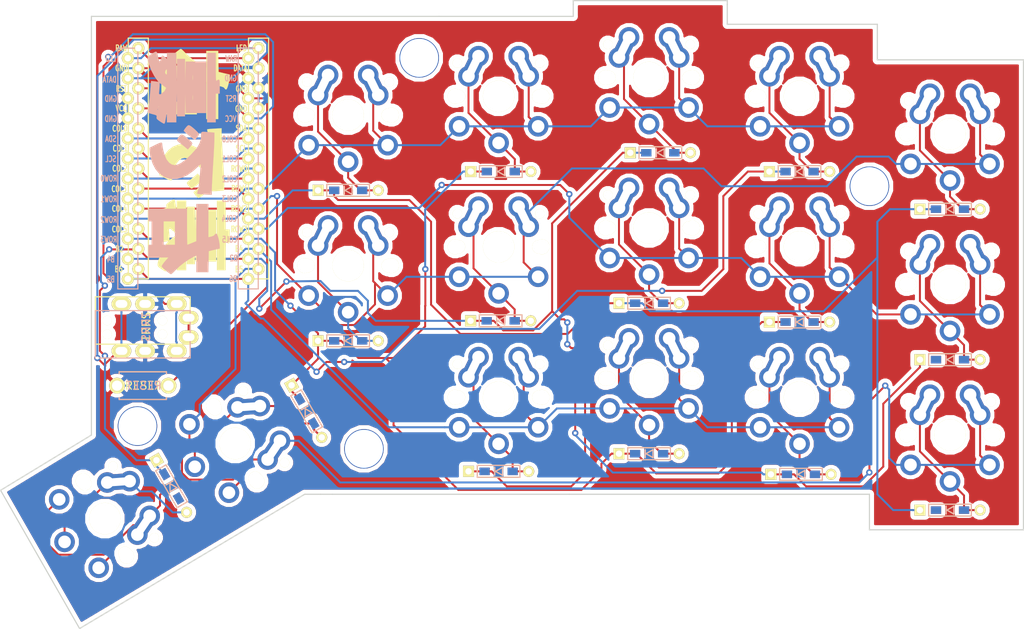
<source format=kicad_pcb>
(kicad_pcb (version 20171130) (host pcbnew "(5.0.2)-1")
  (layers (0 F.Cu signal) (31 B.Cu signal) (34 B.Paste user) (35 F.Paste user) (36 B.SilkS user) (37 F.SilkS user) (38 B.Mask user hide) (39 F.Mask user hide) (44 Edge.Cuts user))
  (net 0 "")
  (net 1 row0)
  (net 2 "Net-(D1-Pad2)")
  (net 3 "Net-(D2-Pad2)")
  (net 4 row1)
  (net 5 "Net-(D3-Pad2)")
  (net 6 row2)
  (net 7 "Net-(D4-Pad2)")
  (net 8 row3)
  (net 9 "Net-(D5-Pad2)")
  (net 10 "Net-(D6-Pad2)")
  (net 11 "Net-(D7-Pad2)")
  (net 12 "Net-(D8-Pad2)")
  (net 13 "Net-(D9-Pad2)")
  (net 14 "Net-(D10-Pad2)")
  (net 15 "Net-(D11-Pad2)")
  (net 16 "Net-(D12-Pad2)")
  (net 17 "Net-(D13-Pad2)")
  (net 18 "Net-(D14-Pad2)")
  (net 19 "Net-(D15-Pad2)")
  (net 20 "Net-(D16-Pad2)")
  (net 21 VCC)
  (net 22 "Net-(J1-PadA)")
  (net 23 data)
  (net 24 +5V)
  (net 25 col0)
  (net 26 col1)
  (net 27 col2)
  (net 28 col3)
  (net 29 col4)
  (net 30 RST)
  (net 31 "Net-(U1-Pad24)")
  (net 32 "Net-(U1-Pad20)")
  (net 33 "Net-(U1-Pad19)")
  (net 34 "Net-(U1-Pad18)")
  (net 35 "Net-(U1-Pad17)")
  (net 36 "Net-(U1-Pad7)")
  (net 37 "Net-(U1-Pad6)")
  (net 38 "Net-(U1-Pad5)")
  (net 39 "Net-(U1-Pad1)")
  (module kbd:HOLE (layer F.Cu) (at 101.9175 106.045)
    (fp_text reference Ref**)
    (fp_text value Val**)
    (pad "" np_thru_hole circle (at 0 0) (size 5 5) (drill 4.8) (layers *.Cu *.Mask))
  )
  (module kbd:HOLE (layer F.Cu) (at 194.5875 75.675)
    (fp_text reference Ref**)
    (fp_text value Val**)
    (pad "" np_thru_hole circle (at 0 0) (size 5 5) (drill 4.8) (layers *.Cu *.Mask))
  )
  (module kbd:HOLE (layer F.Cu) (at 130.5875 108.925)
    (fp_text reference Ref**)
    (fp_text value Val**)
    (pad "" np_thru_hole circle (at 0 0) (size 5 5) (drill 4.8) (layers *.Cu *.Mask))
  )
  (module kbd:HOLE (layer F.Cu) (at 137.5875 59.425)
    (fp_text reference Ref**)
    (fp_text value Val**)
    (pad "" np_thru_hole circle (at 0 0) (size 5 5) (drill 4.8) (layers *.Cu *.Mask))
  )
  (module library:key_switch (layer F.Cu) (at 204.7875 69.05625)
    (fp_text reference K5 hide)
    (fp_text value KEYSW hide)
    (pad 2 thru_hole oval (at 3.175 -3.81 26) (size 2 4) (drill oval 1 3) (layers *.Cu *.Mask) (net 26 col1))
    (pad 1 thru_hole circle (at -3.81 -2.54) (size 2.6 2.6) (drill 1.6) (layers *.Cu *.Mask) (net 9 "Net-(D5-Pad2)"))
    (pad "" np_thru_hole circle (at 5.08 0) (size 1.7018 1.7018) (drill 1.7018) (layers *.Cu *.Mask F.SilkS) (clearance 0.1524))
    (pad "" np_thru_hole circle (at -5.08 0) (size 1.7018 1.7018) (drill 1.7018) (layers *.Cu *.Mask F.SilkS) (clearance 0.1524))
    (pad "" np_thru_hole circle (at 0 0) (size 3.9878 3.9878) (drill 3.9878) (layers *.Cu *.Mask F.SilkS) (clearance 0.1524))
    (pad 1 thru_hole circle (at -2.54 -5.08) (size 2.6 2.6) (drill 1.6) (layers *.Cu *.Mask) (net 9 "Net-(D5-Pad2)"))
    (pad 2 thru_hole circle (at 2.54 -5.08) (size 2.6 2.6) (drill 1.6) (layers *.Cu *.Mask) (net 26 col1))
    (pad 2 thru_hole circle (at 3.81 -2.54) (size 2.6 2.6) (drill 1.6) (layers *.Cu *.Mask) (net 26 col1))
    (pad 1 thru_hole oval (at -3.175 -3.81 334) (size 2 4) (drill oval 1 3) (layers *.Cu *.Mask) (net 9 "Net-(D5-Pad2)"))
    (pad 1 thru_hole circle (at 0 5.9) (size 2.6 2.6) (drill 1.6) (layers *.Cu *.Mask) (net 9 "Net-(D5-Pad2)"))
    (pad 2 thru_hole circle (at -5 3.8) (size 2.6 2.6) (drill 1.6) (layers *.Cu *.Mask) (net 26 col1))
    (pad 2 thru_hole circle (at 5 3.8) (size 2.6 2.6) (drill 1.6) (layers *.Cu *.Mask) (net 26 col1))
    (pad "" np_thru_hole circle (at 5.22 -4.2) (size 1.2 1.2) (drill 1.2) (layers *.Cu *.Mask F.SilkS) (clearance 0.1524))
    (pad "" np_thru_hole circle (at -5.22 -4.2) (size 1.2 1.2) (drill 1.2) (layers *.Cu *.Mask F.SilkS) (clearance 0.1524))
    (pad "" np_thru_hole circle (at 5.5 0) (size 1.9 1.9) (drill 1.9) (layers *.Cu *.Mask F.SilkS) (clearance 0.1524))
    (pad "" np_thru_hole circle (at -5.5 0) (size 1.9 1.9) (drill 1.9) (layers *.Cu *.Mask F.SilkS) (clearance 0.1524))
  )
  (module library:key_switch (layer F.Cu) (at 185.7375 83.34375)
    (fp_text reference K9 hide)
    (fp_text value KEYSW hide)
    (pad 2 thru_hole oval (at 3.175 -3.81 26) (size 2 4) (drill oval 1 3) (layers *.Cu *.Mask) (net 27 col2))
    (pad 1 thru_hole circle (at -3.81 -2.54) (size 2.6 2.6) (drill 1.6) (layers *.Cu *.Mask) (net 13 "Net-(D9-Pad2)"))
    (pad "" np_thru_hole circle (at 5.08 0) (size 1.7018 1.7018) (drill 1.7018) (layers *.Cu *.Mask F.SilkS) (clearance 0.1524))
    (pad "" np_thru_hole circle (at -5.08 0) (size 1.7018 1.7018) (drill 1.7018) (layers *.Cu *.Mask F.SilkS) (clearance 0.1524))
    (pad "" np_thru_hole circle (at 0 0) (size 3.9878 3.9878) (drill 3.9878) (layers *.Cu *.Mask F.SilkS) (clearance 0.1524))
    (pad 1 thru_hole circle (at -2.54 -5.08) (size 2.6 2.6) (drill 1.6) (layers *.Cu *.Mask) (net 13 "Net-(D9-Pad2)"))
    (pad 2 thru_hole circle (at 2.54 -5.08) (size 2.6 2.6) (drill 1.6) (layers *.Cu *.Mask) (net 27 col2))
    (pad 2 thru_hole circle (at 3.81 -2.54) (size 2.6 2.6) (drill 1.6) (layers *.Cu *.Mask) (net 27 col2))
    (pad 1 thru_hole oval (at -3.175 -3.81 334) (size 2 4) (drill oval 1 3) (layers *.Cu *.Mask) (net 13 "Net-(D9-Pad2)"))
    (pad 1 thru_hole circle (at 0 5.9) (size 2.6 2.6) (drill 1.6) (layers *.Cu *.Mask) (net 13 "Net-(D9-Pad2)"))
    (pad 2 thru_hole circle (at -5 3.8) (size 2.6 2.6) (drill 1.6) (layers *.Cu *.Mask) (net 27 col2))
    (pad 2 thru_hole circle (at 5 3.8) (size 2.6 2.6) (drill 1.6) (layers *.Cu *.Mask) (net 27 col2))
    (pad "" np_thru_hole circle (at 5.22 -4.2) (size 1.2 1.2) (drill 1.2) (layers *.Cu *.Mask F.SilkS) (clearance 0.1524))
    (pad "" np_thru_hole circle (at -5.22 -4.2) (size 1.2 1.2) (drill 1.2) (layers *.Cu *.Mask F.SilkS) (clearance 0.1524))
    (pad "" np_thru_hole circle (at 5.5 0) (size 1.9 1.9) (drill 1.9) (layers *.Cu *.Mask F.SilkS) (clearance 0.1524))
    (pad "" np_thru_hole circle (at -5.5 0) (size 1.9 1.9) (drill 1.9) (layers *.Cu *.Mask F.SilkS) (clearance 0.1524))
  )
  (module library:key_switch (layer F.Cu) (at 166.6875 100.0125)
    (fp_text reference K12 hide)
    (fp_text value KEYSW hide)
    (pad "" np_thru_hole circle (at -5.5 0) (size 1.9 1.9) (drill 1.9) (layers *.Cu *.Mask F.SilkS) (clearance 0.1524))
    (pad "" np_thru_hole circle (at 5.5 0) (size 1.9 1.9) (drill 1.9) (layers *.Cu *.Mask F.SilkS) (clearance 0.1524))
    (pad "" np_thru_hole circle (at -5.22 -4.2) (size 1.2 1.2) (drill 1.2) (layers *.Cu *.Mask F.SilkS) (clearance 0.1524))
    (pad "" np_thru_hole circle (at 5.22 -4.2) (size 1.2 1.2) (drill 1.2) (layers *.Cu *.Mask F.SilkS) (clearance 0.1524))
    (pad 2 thru_hole circle (at 5 3.8) (size 2.6 2.6) (drill 1.6) (layers *.Cu *.Mask) (net 28 col3))
    (pad 2 thru_hole circle (at -5 3.8) (size 2.6 2.6) (drill 1.6) (layers *.Cu *.Mask) (net 28 col3))
    (pad 1 thru_hole circle (at 0 5.9) (size 2.6 2.6) (drill 1.6) (layers *.Cu *.Mask) (net 16 "Net-(D12-Pad2)"))
    (pad 1 thru_hole oval (at -3.175 -3.81 334) (size 2 4) (drill oval 1 3) (layers *.Cu *.Mask) (net 16 "Net-(D12-Pad2)"))
    (pad 2 thru_hole circle (at 3.81 -2.54) (size 2.6 2.6) (drill 1.6) (layers *.Cu *.Mask) (net 28 col3))
    (pad 2 thru_hole circle (at 2.54 -5.08) (size 2.6 2.6) (drill 1.6) (layers *.Cu *.Mask) (net 28 col3))
    (pad 1 thru_hole circle (at -2.54 -5.08) (size 2.6 2.6) (drill 1.6) (layers *.Cu *.Mask) (net 16 "Net-(D12-Pad2)"))
    (pad "" np_thru_hole circle (at 0 0) (size 3.9878 3.9878) (drill 3.9878) (layers *.Cu *.Mask F.SilkS) (clearance 0.1524))
    (pad "" np_thru_hole circle (at -5.08 0) (size 1.7018 1.7018) (drill 1.7018) (layers *.Cu *.Mask F.SilkS) (clearance 0.1524))
    (pad "" np_thru_hole circle (at 5.08 0) (size 1.7018 1.7018) (drill 1.7018) (layers *.Cu *.Mask F.SilkS) (clearance 0.1524))
    (pad 1 thru_hole circle (at -3.81 -2.54) (size 2.6 2.6) (drill 1.6) (layers *.Cu *.Mask) (net 16 "Net-(D12-Pad2)"))
    (pad 2 thru_hole oval (at 3.175 -3.81 26) (size 2 4) (drill oval 1 3) (layers *.Cu *.Mask) (net 28 col3))
  )
  (module library:key_switch (layer F.Cu) (at 128.5875 66.675)
    (fp_text reference K1 hide)
    (fp_text value KEYSW hide)
    (pad "" np_thru_hole circle (at -5.5 0) (size 1.9 1.9) (drill 1.9) (layers *.Cu *.Mask F.SilkS) (clearance 0.1524))
    (pad "" np_thru_hole circle (at 5.5 0) (size 1.9 1.9) (drill 1.9) (layers *.Cu *.Mask F.SilkS) (clearance 0.1524))
    (pad "" np_thru_hole circle (at -5.22 -4.2) (size 1.2 1.2) (drill 1.2) (layers *.Cu *.Mask F.SilkS) (clearance 0.1524))
    (pad "" np_thru_hole circle (at 5.22 -4.2) (size 1.2 1.2) (drill 1.2) (layers *.Cu *.Mask F.SilkS) (clearance 0.1524))
    (pad 2 thru_hole circle (at 5 3.8) (size 2.6 2.6) (drill 1.6) (layers *.Cu *.Mask) (net 25 col0))
    (pad 2 thru_hole circle (at -5 3.8) (size 2.6 2.6) (drill 1.6) (layers *.Cu *.Mask) (net 25 col0))
    (pad 1 thru_hole circle (at 0 5.9) (size 2.6 2.6) (drill 1.6) (layers *.Cu *.Mask) (net 2 "Net-(D1-Pad2)"))
    (pad 1 thru_hole oval (at -3.175 -3.81 334) (size 2 4) (drill oval 1 3) (layers *.Cu *.Mask) (net 2 "Net-(D1-Pad2)"))
    (pad 2 thru_hole circle (at 3.81 -2.54) (size 2.6 2.6) (drill 1.6) (layers *.Cu *.Mask) (net 25 col0))
    (pad 2 thru_hole circle (at 2.54 -5.08) (size 2.6 2.6) (drill 1.6) (layers *.Cu *.Mask) (net 25 col0))
    (pad 1 thru_hole circle (at -2.54 -5.08) (size 2.6 2.6) (drill 1.6) (layers *.Cu *.Mask) (net 2 "Net-(D1-Pad2)"))
    (pad "" np_thru_hole circle (at 0 0) (size 3.9878 3.9878) (drill 3.9878) (layers *.Cu *.Mask F.SilkS) (clearance 0.1524))
    (pad "" np_thru_hole circle (at -5.08 0) (size 1.7018 1.7018) (drill 1.7018) (layers *.Cu *.Mask F.SilkS) (clearance 0.1524))
    (pad "" np_thru_hole circle (at 5.08 0) (size 1.7018 1.7018) (drill 1.7018) (layers *.Cu *.Mask F.SilkS) (clearance 0.1524))
    (pad 1 thru_hole circle (at -3.81 -2.54) (size 2.6 2.6) (drill 1.6) (layers *.Cu *.Mask) (net 2 "Net-(D1-Pad2)"))
    (pad 2 thru_hole oval (at 3.175 -3.81 26) (size 2 4) (drill oval 1 3) (layers *.Cu *.Mask) (net 25 col0))
  )
  (module kbd:MJ-4PP-9 (layer F.Cu) (at 96.5875 92.675 90)
    (fp_text reference J1)
    (fp_text value MJ-4PP-9 hide)
    (fp_text user TRRS (at -0.8255 6.4135 90) (layer B.SilkS) (effects (justify mirror)))
    (fp_text user TRRS (at -0.75 6.45 90) (layer F.SilkS))
    (pad "" np_thru_hole circle (at -1.75 8.5 90) (size 1.2 1.2) (drill 1.2) (layers *.Cu *.Mask F.SilkS))
    (pad "" np_thru_hole circle (at -1.75 1.5 90) (size 1.2 1.2) (drill 1.2) (layers *.Cu *.Mask F.SilkS))
    (pad D thru_hole oval (at -3.85 10.3 90) (size 1.7 2.5) (drill oval 1 1.5) (layers *.Cu *.Mask F.SilkS) (net 21 VCC) (clearance 0.15))
    (pad A thru_hole oval (at 0.35 11.8 90) (size 1.7 2.5) (drill oval 1 1.5) (layers *.Cu *.Mask F.SilkS) (net 22 "Net-(J1-PadA)") (clearance 0.15))
    (pad B thru_hole oval (at -3.85 3.3 90) (size 1.7 2.5) (drill oval 1 1.5) (layers *.Cu *.Mask F.SilkS) (net 23 data))
    (pad C thru_hole oval (at -3.85 6.3 90) (size 1.7 2.5) (drill oval 1 1.5) (layers *.Cu *.Mask F.SilkS) (net 24 +5V))
    (pad "" np_thru_hole circle (at 0 1.5 90) (size 1.2 1.2) (drill 1.2) (layers *.Cu *.Mask F.SilkS))
    (pad "" np_thru_hole circle (at 0 8.5 90) (size 1.2 1.2) (drill 1.2) (layers *.Cu *.Mask F.SilkS))
    (pad B thru_hole oval (at 2.1 3.3 90) (size 1.7 2.5) (drill oval 1 1.5) (layers *.Cu *.Mask F.SilkS) (net 23 data))
    (pad C thru_hole oval (at 2.1 6.3 90) (size 1.7 2.5) (drill oval 1 1.5) (layers *.Cu *.Mask F.SilkS) (net 24 +5V))
    (pad D thru_hole oval (at 2.1 10.3 90) (size 1.7 2.5) (drill oval 1 1.5) (layers *.Cu *.Mask F.SilkS) (net 21 VCC) (clearance 0.15))
    (pad A thru_hole oval (at -2.1 11.8 90) (size 1.7 2.5) (drill oval 1 1.5) (layers *.Cu *.Mask F.SilkS) (net 22 "Net-(J1-PadA)") (clearance 0.15))
  )
  (module "kbd:front side" (layer F.Cu) (at 108.3375 72.425 270)
    (fp_text reference G*** hide)
    (fp_text value LOGO hide)
  )
  (module kbd:D3_TH_SMD (layer F.Cu) (at 128.5875 76.2)
    (fp_text reference D1 hide)
    (fp_text value D_Small hide)
    (pad 1 smd rect (at -1.775 0) (size 1.3 0.95) (layers F.Cu F.Paste F.Mask) (net 1 row0))
    (pad 2 smd rect (at 1.775 0) (size 1.3 0.95) (layers B.Cu B.Paste B.Mask) (net 2 "Net-(D1-Pad2)"))
    (pad 1 smd rect (at -1.775 0) (size 1.3 0.95) (layers B.Cu B.Paste B.Mask) (net 1 row0))
    (pad 1 thru_hole rect (at -3.81 0) (size 1.397 1.397) (drill 0.8128) (layers *.Cu *.Mask F.SilkS) (net 1 row0))
    (pad 2 thru_hole circle (at 3.81 0) (size 1.397 1.397) (drill 0.8128) (layers *.Cu *.Mask F.SilkS) (net 2 "Net-(D1-Pad2)"))
    (pad 2 smd rect (at 1.775 0) (size 1.3 0.95) (layers F.Cu F.Paste F.Mask) (net 2 "Net-(D1-Pad2)"))
  )
  (module kbd:D3_TH_SMD (layer F.Cu) (at 147.9175 73.815)
    (fp_text reference D2 hide)
    (fp_text value D_Small hide)
    (pad 2 smd rect (at 1.775 0) (size 1.3 0.95) (layers F.Cu F.Paste F.Mask) (net 3 "Net-(D2-Pad2)"))
    (pad 2 thru_hole circle (at 3.81 0) (size 1.397 1.397) (drill 0.8128) (layers *.Cu *.Mask F.SilkS) (net 3 "Net-(D2-Pad2)"))
    (pad 1 thru_hole rect (at -3.81 0) (size 1.397 1.397) (drill 0.8128) (layers *.Cu *.Mask F.SilkS) (net 4 row1))
    (pad 1 smd rect (at -1.775 0) (size 1.3 0.95) (layers B.Cu B.Paste B.Mask) (net 4 row1))
    (pad 2 smd rect (at 1.775 0) (size 1.3 0.95) (layers B.Cu B.Paste B.Mask) (net 3 "Net-(D2-Pad2)"))
    (pad 1 smd rect (at -1.775 0) (size 1.3 0.95) (layers F.Cu F.Paste F.Mask) (net 4 row1))
  )
  (module kbd:D3_TH_SMD (layer F.Cu) (at 168.11625 71.4375)
    (fp_text reference D3 hide)
    (fp_text value D_Small hide)
    (pad 2 smd rect (at 1.775 0) (size 1.3 0.95) (layers F.Cu F.Paste F.Mask) (net 5 "Net-(D3-Pad2)"))
    (pad 2 thru_hole circle (at 3.81 0) (size 1.397 1.397) (drill 0.8128) (layers *.Cu *.Mask F.SilkS) (net 5 "Net-(D3-Pad2)"))
    (pad 1 thru_hole rect (at -3.81 0) (size 1.397 1.397) (drill 0.8128) (layers *.Cu *.Mask F.SilkS) (net 6 row2))
    (pad 1 smd rect (at -1.775 0) (size 1.3 0.95) (layers B.Cu B.Paste B.Mask) (net 6 row2))
    (pad 2 smd rect (at 1.775 0) (size 1.3 0.95) (layers B.Cu B.Paste B.Mask) (net 5 "Net-(D3-Pad2)"))
    (pad 1 smd rect (at -1.775 0) (size 1.3 0.95) (layers F.Cu F.Paste F.Mask) (net 6 row2))
  )
  (module kbd:D3_TH_SMD (layer F.Cu) (at 185.7375 73.81875)
    (fp_text reference D4 hide)
    (fp_text value D_Small hide)
    (pad 2 smd rect (at 1.775 0) (size 1.3 0.95) (layers F.Cu F.Paste F.Mask) (net 7 "Net-(D4-Pad2)"))
    (pad 2 thru_hole circle (at 3.81 0) (size 1.397 1.397) (drill 0.8128) (layers *.Cu *.Mask F.SilkS) (net 7 "Net-(D4-Pad2)"))
    (pad 1 thru_hole rect (at -3.81 0) (size 1.397 1.397) (drill 0.8128) (layers *.Cu *.Mask F.SilkS) (net 8 row3))
    (pad 1 smd rect (at -1.775 0) (size 1.3 0.95) (layers B.Cu B.Paste B.Mask) (net 8 row3))
    (pad 2 smd rect (at 1.775 0) (size 1.3 0.95) (layers B.Cu B.Paste B.Mask) (net 7 "Net-(D4-Pad2)"))
    (pad 1 smd rect (at -1.775 0) (size 1.3 0.95) (layers F.Cu F.Paste F.Mask) (net 8 row3))
  )
  (module kbd:D3_TH_SMD (layer F.Cu) (at 204.7875 78.58125)
    (fp_text reference D5 hide)
    (fp_text value D_Small hide)
    (pad 1 smd rect (at -1.775 0) (size 1.3 0.95) (layers F.Cu F.Paste F.Mask) (net 1 row0))
    (pad 2 smd rect (at 1.775 0) (size 1.3 0.95) (layers B.Cu B.Paste B.Mask) (net 9 "Net-(D5-Pad2)"))
    (pad 1 smd rect (at -1.775 0) (size 1.3 0.95) (layers B.Cu B.Paste B.Mask) (net 1 row0))
    (pad 1 thru_hole rect (at -3.81 0) (size 1.397 1.397) (drill 0.8128) (layers *.Cu *.Mask F.SilkS) (net 1 row0))
    (pad 2 thru_hole circle (at 3.81 0) (size 1.397 1.397) (drill 0.8128) (layers *.Cu *.Mask F.SilkS) (net 9 "Net-(D5-Pad2)"))
    (pad 2 smd rect (at 1.775 0) (size 1.3 0.95) (layers F.Cu F.Paste F.Mask) (net 9 "Net-(D5-Pad2)"))
  )
  (module kbd:D3_TH_SMD (layer F.Cu) (at 128.5875 95.25)
    (fp_text reference D6 hide)
    (fp_text value D_Small hide)
    (pad 1 smd rect (at -1.775 0) (size 1.3 0.95) (layers F.Cu F.Paste F.Mask) (net 4 row1))
    (pad 2 smd rect (at 1.775 0) (size 1.3 0.95) (layers B.Cu B.Paste B.Mask) (net 10 "Net-(D6-Pad2)"))
    (pad 1 smd rect (at -1.775 0) (size 1.3 0.95) (layers B.Cu B.Paste B.Mask) (net 4 row1))
    (pad 1 thru_hole rect (at -3.81 0) (size 1.397 1.397) (drill 0.8128) (layers *.Cu *.Mask F.SilkS) (net 4 row1))
    (pad 2 thru_hole circle (at 3.81 0) (size 1.397 1.397) (drill 0.8128) (layers *.Cu *.Mask F.SilkS) (net 10 "Net-(D6-Pad2)"))
    (pad 2 smd rect (at 1.775 0) (size 1.3 0.95) (layers F.Cu F.Paste F.Mask) (net 10 "Net-(D6-Pad2)"))
  )
  (module kbd:D3_TH_SMD (layer F.Cu) (at 147.8975 92.715)
    (fp_text reference D7 hide)
    (fp_text value D_Small hide)
    (pad 2 smd rect (at 1.775 0) (size 1.3 0.95) (layers F.Cu F.Paste F.Mask) (net 11 "Net-(D7-Pad2)"))
    (pad 2 thru_hole circle (at 3.81 0) (size 1.397 1.397) (drill 0.8128) (layers *.Cu *.Mask F.SilkS) (net 11 "Net-(D7-Pad2)"))
    (pad 1 thru_hole rect (at -3.81 0) (size 1.397 1.397) (drill 0.8128) (layers *.Cu *.Mask F.SilkS) (net 6 row2))
    (pad 1 smd rect (at -1.775 0) (size 1.3 0.95) (layers B.Cu B.Paste B.Mask) (net 6 row2))
    (pad 2 smd rect (at 1.775 0) (size 1.3 0.95) (layers B.Cu B.Paste B.Mask) (net 11 "Net-(D7-Pad2)"))
    (pad 1 smd rect (at -1.775 0) (size 1.3 0.95) (layers F.Cu F.Paste F.Mask) (net 6 row2))
  )
  (module kbd:D3_TH_SMD (layer F.Cu) (at 166.6875 90.4875)
    (fp_text reference D8 hide)
    (fp_text value D_Small hide)
    (pad 1 smd rect (at -1.775 0) (size 1.3 0.95) (layers F.Cu F.Paste F.Mask) (net 1 row0))
    (pad 2 smd rect (at 1.775 0) (size 1.3 0.95) (layers B.Cu B.Paste B.Mask) (net 12 "Net-(D8-Pad2)"))
    (pad 1 smd rect (at -1.775 0) (size 1.3 0.95) (layers B.Cu B.Paste B.Mask) (net 1 row0))
    (pad 1 thru_hole rect (at -3.81 0) (size 1.397 1.397) (drill 0.8128) (layers *.Cu *.Mask F.SilkS) (net 1 row0))
    (pad 2 thru_hole circle (at 3.81 0) (size 1.397 1.397) (drill 0.8128) (layers *.Cu *.Mask F.SilkS) (net 12 "Net-(D8-Pad2)"))
    (pad 2 smd rect (at 1.775 0) (size 1.3 0.95) (layers F.Cu F.Paste F.Mask) (net 12 "Net-(D8-Pad2)"))
  )
  (module kbd:D3_TH_SMD (layer F.Cu) (at 185.7375 92.86875)
    (fp_text reference D9 hide)
    (fp_text value D_Small hide)
    (pad 1 smd rect (at -1.775 0) (size 1.3 0.95) (layers F.Cu F.Paste F.Mask) (net 4 row1))
    (pad 2 smd rect (at 1.775 0) (size 1.3 0.95) (layers B.Cu B.Paste B.Mask) (net 13 "Net-(D9-Pad2)"))
    (pad 1 smd rect (at -1.775 0) (size 1.3 0.95) (layers B.Cu B.Paste B.Mask) (net 4 row1))
    (pad 1 thru_hole rect (at -3.81 0) (size 1.397 1.397) (drill 0.8128) (layers *.Cu *.Mask F.SilkS) (net 4 row1))
    (pad 2 thru_hole circle (at 3.81 0) (size 1.397 1.397) (drill 0.8128) (layers *.Cu *.Mask F.SilkS) (net 13 "Net-(D9-Pad2)"))
    (pad 2 smd rect (at 1.775 0) (size 1.3 0.95) (layers F.Cu F.Paste F.Mask) (net 13 "Net-(D9-Pad2)"))
  )
  (module kbd:D3_TH_SMD (layer F.Cu) (at 204.7875 97.63125)
    (fp_text reference D10 hide)
    (fp_text value D_Small hide)
    (pad 2 smd rect (at 1.775 0) (size 1.3 0.95) (layers F.Cu F.Paste F.Mask) (net 14 "Net-(D10-Pad2)"))
    (pad 2 thru_hole circle (at 3.81 0) (size 1.397 1.397) (drill 0.8128) (layers *.Cu *.Mask F.SilkS) (net 14 "Net-(D10-Pad2)"))
    (pad 1 thru_hole rect (at -3.81 0) (size 1.397 1.397) (drill 0.8128) (layers *.Cu *.Mask F.SilkS) (net 6 row2))
    (pad 1 smd rect (at -1.775 0) (size 1.3 0.95) (layers B.Cu B.Paste B.Mask) (net 6 row2))
    (pad 2 smd rect (at 1.775 0) (size 1.3 0.95) (layers B.Cu B.Paste B.Mask) (net 14 "Net-(D10-Pad2)"))
    (pad 1 smd rect (at -1.775 0) (size 1.3 0.95) (layers F.Cu F.Paste F.Mask) (net 6 row2))
  )
  (module kbd:D3_TH_SMD (layer F.Cu) (at 147.6375 111.775)
    (fp_text reference D11 hide)
    (fp_text value D_Small hide)
    (pad 1 smd rect (at -1.775 0) (size 1.3 0.95) (layers F.Cu F.Paste F.Mask) (net 1 row0))
    (pad 2 smd rect (at 1.775 0) (size 1.3 0.95) (layers B.Cu B.Paste B.Mask) (net 15 "Net-(D11-Pad2)"))
    (pad 1 smd rect (at -1.775 0) (size 1.3 0.95) (layers B.Cu B.Paste B.Mask) (net 1 row0))
    (pad 1 thru_hole rect (at -3.81 0) (size 1.397 1.397) (drill 0.8128) (layers *.Cu *.Mask F.SilkS) (net 1 row0))
    (pad 2 thru_hole circle (at 3.81 0) (size 1.397 1.397) (drill 0.8128) (layers *.Cu *.Mask F.SilkS) (net 15 "Net-(D11-Pad2)"))
    (pad 2 smd rect (at 1.775 0) (size 1.3 0.95) (layers F.Cu F.Paste F.Mask) (net 15 "Net-(D11-Pad2)"))
  )
  (module kbd:D3_TH_SMD (layer F.Cu) (at 166.6875 109.5375)
    (fp_text reference D12 hide)
    (fp_text value D_Small hide)
    (pad 1 smd rect (at -1.775 0) (size 1.3 0.95) (layers F.Cu F.Paste F.Mask) (net 4 row1))
    (pad 2 smd rect (at 1.775 0) (size 1.3 0.95) (layers B.Cu B.Paste B.Mask) (net 16 "Net-(D12-Pad2)"))
    (pad 1 smd rect (at -1.775 0) (size 1.3 0.95) (layers B.Cu B.Paste B.Mask) (net 4 row1))
    (pad 1 thru_hole rect (at -3.81 0) (size 1.397 1.397) (drill 0.8128) (layers *.Cu *.Mask F.SilkS) (net 4 row1))
    (pad 2 thru_hole circle (at 3.81 0) (size 1.397 1.397) (drill 0.8128) (layers *.Cu *.Mask F.SilkS) (net 16 "Net-(D12-Pad2)"))
    (pad 2 smd rect (at 1.775 0) (size 1.3 0.95) (layers F.Cu F.Paste F.Mask) (net 16 "Net-(D12-Pad2)"))
  )
  (module kbd:D3_TH_SMD (layer F.Cu) (at 185.9175 112.155)
    (fp_text reference D13 hide)
    (fp_text value D_Small hide)
    (pad 2 smd rect (at 1.775 0) (size 1.3 0.95) (layers F.Cu F.Paste F.Mask) (net 17 "Net-(D13-Pad2)"))
    (pad 2 thru_hole circle (at 3.81 0) (size 1.397 1.397) (drill 0.8128) (layers *.Cu *.Mask F.SilkS) (net 17 "Net-(D13-Pad2)"))
    (pad 1 thru_hole rect (at -3.81 0) (size 1.397 1.397) (drill 0.8128) (layers *.Cu *.Mask F.SilkS) (net 6 row2))
    (pad 1 smd rect (at -1.775 0) (size 1.3 0.95) (layers B.Cu B.Paste B.Mask) (net 6 row2))
    (pad 2 smd rect (at 1.775 0) (size 1.3 0.95) (layers B.Cu B.Paste B.Mask) (net 17 "Net-(D13-Pad2)"))
    (pad 1 smd rect (at -1.775 0) (size 1.3 0.95) (layers F.Cu F.Paste F.Mask) (net 6 row2))
  )
  (module kbd:D3_TH_SMD (layer F.Cu) (at 204.7875 116.68125)
    (fp_text reference D14 hide)
    (fp_text value D_Small hide)
    (pad 1 smd rect (at -1.775 0) (size 1.3 0.95) (layers F.Cu F.Paste F.Mask) (net 1 row0))
    (pad 2 smd rect (at 1.775 0) (size 1.3 0.95) (layers B.Cu B.Paste B.Mask) (net 18 "Net-(D14-Pad2)"))
    (pad 1 smd rect (at -1.775 0) (size 1.3 0.95) (layers B.Cu B.Paste B.Mask) (net 1 row0))
    (pad 1 thru_hole rect (at -3.81 0) (size 1.397 1.397) (drill 0.8128) (layers *.Cu *.Mask F.SilkS) (net 1 row0))
    (pad 2 thru_hole circle (at 3.81 0) (size 1.397 1.397) (drill 0.8128) (layers *.Cu *.Mask F.SilkS) (net 18 "Net-(D14-Pad2)"))
    (pad 2 smd rect (at 1.775 0) (size 1.3 0.95) (layers F.Cu F.Paste F.Mask) (net 18 "Net-(D14-Pad2)"))
  )
  (module kbd:D3_TH_SMD (layer F.Cu) (at 123.3375 104.175 300)
    (fp_text reference D15 hide)
    (fp_text value D_Small hide)
    (pad 2 smd rect (at 1.775 0 300) (size 1.3 0.95) (layers F.Cu F.Paste F.Mask) (net 19 "Net-(D15-Pad2)"))
    (pad 2 thru_hole circle (at 3.81 0 300) (size 1.397 1.397) (drill 0.8128) (layers *.Cu *.Mask F.SilkS) (net 19 "Net-(D15-Pad2)"))
    (pad 1 thru_hole rect (at -3.81 0 300) (size 1.397 1.397) (drill 0.8128) (layers *.Cu *.Mask F.SilkS) (net 4 row1))
    (pad 1 smd rect (at -1.775 0 300) (size 1.3 0.95) (layers B.Cu B.Paste B.Mask) (net 4 row1))
    (pad 2 smd rect (at 1.775 0 300) (size 1.3 0.95) (layers B.Cu B.Paste B.Mask) (net 19 "Net-(D15-Pad2)"))
    (pad 1 smd rect (at -1.775 0 300) (size 1.3 0.95) (layers F.Cu F.Paste F.Mask) (net 4 row1))
  )
  (module kbd:D3_TH_SMD (layer F.Cu) (at 106.2275 113.665 300)
    (fp_text reference D16 hide)
    (fp_text value D_Small hide)
    (pad 2 smd rect (at 1.775 0 300) (size 1.3 0.95) (layers F.Cu F.Paste F.Mask) (net 20 "Net-(D16-Pad2)"))
    (pad 2 thru_hole circle (at 3.81 0 300) (size 1.397 1.397) (drill 0.8128) (layers *.Cu *.Mask F.SilkS) (net 20 "Net-(D16-Pad2)"))
    (pad 1 thru_hole rect (at -3.81 0 300) (size 1.397 1.397) (drill 0.8128) (layers *.Cu *.Mask F.SilkS) (net 6 row2))
    (pad 1 smd rect (at -1.775 0 300) (size 1.3 0.95) (layers B.Cu B.Paste B.Mask) (net 6 row2))
    (pad 2 smd rect (at 1.775 0 300) (size 1.3 0.95) (layers B.Cu B.Paste B.Mask) (net 20 "Net-(D16-Pad2)"))
    (pad 1 smd rect (at -1.775 0 300) (size 1.3 0.95) (layers F.Cu F.Paste F.Mask) (net 6 row2))
  )
  (module library:key_switch (layer F.Cu) (at 147.6375 64.29375)
    (fp_text reference K2 hide)
    (fp_text value KEYSW hide)
    (pad 2 thru_hole oval (at 3.175 -3.81 26) (size 2 4) (drill oval 1 3) (layers *.Cu *.Mask) (net 25 col0))
    (pad 1 thru_hole circle (at -3.81 -2.54) (size 2.6 2.6) (drill 1.6) (layers *.Cu *.Mask) (net 3 "Net-(D2-Pad2)"))
    (pad "" np_thru_hole circle (at 5.08 0) (size 1.7018 1.7018) (drill 1.7018) (layers *.Cu *.Mask F.SilkS) (clearance 0.1524))
    (pad "" np_thru_hole circle (at -5.08 0) (size 1.7018 1.7018) (drill 1.7018) (layers *.Cu *.Mask F.SilkS) (clearance 0.1524))
    (pad "" np_thru_hole circle (at 0 0) (size 3.9878 3.9878) (drill 3.9878) (layers *.Cu *.Mask F.SilkS) (clearance 0.1524))
    (pad 1 thru_hole circle (at -2.54 -5.08) (size 2.6 2.6) (drill 1.6) (layers *.Cu *.Mask) (net 3 "Net-(D2-Pad2)"))
    (pad 2 thru_hole circle (at 2.54 -5.08) (size 2.6 2.6) (drill 1.6) (layers *.Cu *.Mask) (net 25 col0))
    (pad 2 thru_hole circle (at 3.81 -2.54) (size 2.6 2.6) (drill 1.6) (layers *.Cu *.Mask) (net 25 col0))
    (pad 1 thru_hole oval (at -3.175 -3.81 334) (size 2 4) (drill oval 1 3) (layers *.Cu *.Mask) (net 3 "Net-(D2-Pad2)"))
    (pad 1 thru_hole circle (at 0 5.9) (size 2.6 2.6) (drill 1.6) (layers *.Cu *.Mask) (net 3 "Net-(D2-Pad2)"))
    (pad 2 thru_hole circle (at -5 3.8) (size 2.6 2.6) (drill 1.6) (layers *.Cu *.Mask) (net 25 col0))
    (pad 2 thru_hole circle (at 5 3.8) (size 2.6 2.6) (drill 1.6) (layers *.Cu *.Mask) (net 25 col0))
    (pad "" np_thru_hole circle (at 5.22 -4.2) (size 1.2 1.2) (drill 1.2) (layers *.Cu *.Mask F.SilkS) (clearance 0.1524))
    (pad "" np_thru_hole circle (at -5.22 -4.2) (size 1.2 1.2) (drill 1.2) (layers *.Cu *.Mask F.SilkS) (clearance 0.1524))
    (pad "" np_thru_hole circle (at 5.5 0) (size 1.9 1.9) (drill 1.9) (layers *.Cu *.Mask F.SilkS) (clearance 0.1524))
    (pad "" np_thru_hole circle (at -5.5 0) (size 1.9 1.9) (drill 1.9) (layers *.Cu *.Mask F.SilkS) (clearance 0.1524))
  )
  (module library:key_switch (layer F.Cu) (at 166.6875 61.9125)
    (fp_text reference K3 hide)
    (fp_text value KEYSW hide)
    (pad "" np_thru_hole circle (at -5.5 0) (size 1.9 1.9) (drill 1.9) (layers *.Cu *.Mask F.SilkS) (clearance 0.1524))
    (pad "" np_thru_hole circle (at 5.5 0) (size 1.9 1.9) (drill 1.9) (layers *.Cu *.Mask F.SilkS) (clearance 0.1524))
    (pad "" np_thru_hole circle (at -5.22 -4.2) (size 1.2 1.2) (drill 1.2) (layers *.Cu *.Mask F.SilkS) (clearance 0.1524))
    (pad "" np_thru_hole circle (at 5.22 -4.2) (size 1.2 1.2) (drill 1.2) (layers *.Cu *.Mask F.SilkS) (clearance 0.1524))
    (pad 2 thru_hole circle (at 5 3.8) (size 2.6 2.6) (drill 1.6) (layers *.Cu *.Mask) (net 25 col0))
    (pad 2 thru_hole circle (at -5 3.8) (size 2.6 2.6) (drill 1.6) (layers *.Cu *.Mask) (net 25 col0))
    (pad 1 thru_hole circle (at 0 5.9) (size 2.6 2.6) (drill 1.6) (layers *.Cu *.Mask) (net 5 "Net-(D3-Pad2)"))
    (pad 1 thru_hole oval (at -3.175 -3.81 334) (size 2 4) (drill oval 1 3) (layers *.Cu *.Mask) (net 5 "Net-(D3-Pad2)"))
    (pad 2 thru_hole circle (at 3.81 -2.54) (size 2.6 2.6) (drill 1.6) (layers *.Cu *.Mask) (net 25 col0))
    (pad 2 thru_hole circle (at 2.54 -5.08) (size 2.6 2.6) (drill 1.6) (layers *.Cu *.Mask) (net 25 col0))
    (pad 1 thru_hole circle (at -2.54 -5.08) (size 2.6 2.6) (drill 1.6) (layers *.Cu *.Mask) (net 5 "Net-(D3-Pad2)"))
    (pad "" np_thru_hole circle (at 0 0) (size 3.9878 3.9878) (drill 3.9878) (layers *.Cu *.Mask F.SilkS) (clearance 0.1524))
    (pad "" np_thru_hole circle (at -5.08 0) (size 1.7018 1.7018) (drill 1.7018) (layers *.Cu *.Mask F.SilkS) (clearance 0.1524))
    (pad "" np_thru_hole circle (at 5.08 0) (size 1.7018 1.7018) (drill 1.7018) (layers *.Cu *.Mask F.SilkS) (clearance 0.1524))
    (pad 1 thru_hole circle (at -3.81 -2.54) (size 2.6 2.6) (drill 1.6) (layers *.Cu *.Mask) (net 5 "Net-(D3-Pad2)"))
    (pad 2 thru_hole oval (at 3.175 -3.81 26) (size 2 4) (drill oval 1 3) (layers *.Cu *.Mask) (net 25 col0))
  )
  (module library:key_switch (layer F.Cu) (at 185.7375 64.29375)
    (fp_text reference K4 hide)
    (fp_text value KEYSW hide)
    (pad 2 thru_hole oval (at 3.175 -3.81 26) (size 2 4) (drill oval 1 3) (layers *.Cu *.Mask) (net 25 col0))
    (pad 1 thru_hole circle (at -3.81 -2.54) (size 2.6 2.6) (drill 1.6) (layers *.Cu *.Mask) (net 7 "Net-(D4-Pad2)"))
    (pad "" np_thru_hole circle (at 5.08 0) (size 1.7018 1.7018) (drill 1.7018) (layers *.Cu *.Mask F.SilkS) (clearance 0.1524))
    (pad "" np_thru_hole circle (at -5.08 0) (size 1.7018 1.7018) (drill 1.7018) (layers *.Cu *.Mask F.SilkS) (clearance 0.1524))
    (pad "" np_thru_hole circle (at 0 0) (size 3.9878 3.9878) (drill 3.9878) (layers *.Cu *.Mask F.SilkS) (clearance 0.1524))
    (pad 1 thru_hole circle (at -2.54 -5.08) (size 2.6 2.6) (drill 1.6) (layers *.Cu *.Mask) (net 7 "Net-(D4-Pad2)"))
    (pad 2 thru_hole circle (at 2.54 -5.08) (size 2.6 2.6) (drill 1.6) (layers *.Cu *.Mask) (net 25 col0))
    (pad 2 thru_hole circle (at 3.81 -2.54) (size 2.6 2.6) (drill 1.6) (layers *.Cu *.Mask) (net 25 col0))
    (pad 1 thru_hole oval (at -3.175 -3.81 334) (size 2 4) (drill oval 1 3) (layers *.Cu *.Mask) (net 7 "Net-(D4-Pad2)"))
    (pad 1 thru_hole circle (at 0 5.9) (size 2.6 2.6) (drill 1.6) (layers *.Cu *.Mask) (net 7 "Net-(D4-Pad2)"))
    (pad 2 thru_hole circle (at -5 3.8) (size 2.6 2.6) (drill 1.6) (layers *.Cu *.Mask) (net 25 col0))
    (pad 2 thru_hole circle (at 5 3.8) (size 2.6 2.6) (drill 1.6) (layers *.Cu *.Mask) (net 25 col0))
    (pad "" np_thru_hole circle (at 5.22 -4.2) (size 1.2 1.2) (drill 1.2) (layers *.Cu *.Mask F.SilkS) (clearance 0.1524))
    (pad "" np_thru_hole circle (at -5.22 -4.2) (size 1.2 1.2) (drill 1.2) (layers *.Cu *.Mask F.SilkS) (clearance 0.1524))
    (pad "" np_thru_hole circle (at 5.5 0) (size 1.9 1.9) (drill 1.9) (layers *.Cu *.Mask F.SilkS) (clearance 0.1524))
    (pad "" np_thru_hole circle (at -5.5 0) (size 1.9 1.9) (drill 1.9) (layers *.Cu *.Mask F.SilkS) (clearance 0.1524))
  )
  (module library:key_switch (layer F.Cu) (at 128.5875 85.725)
    (fp_text reference K6 hide)
    (fp_text value KEYSW hide)
    (pad "" np_thru_hole circle (at -5.5 0) (size 1.9 1.9) (drill 1.9) (layers *.Cu *.Mask F.SilkS) (clearance 0.1524))
    (pad "" np_thru_hole circle (at 5.5 0) (size 1.9 1.9) (drill 1.9) (layers *.Cu *.Mask F.SilkS) (clearance 0.1524))
    (pad "" np_thru_hole circle (at -5.22 -4.2) (size 1.2 1.2) (drill 1.2) (layers *.Cu *.Mask F.SilkS) (clearance 0.1524))
    (pad "" np_thru_hole circle (at 5.22 -4.2) (size 1.2 1.2) (drill 1.2) (layers *.Cu *.Mask F.SilkS) (clearance 0.1524))
    (pad 2 thru_hole circle (at 5 3.8) (size 2.6 2.6) (drill 1.6) (layers *.Cu *.Mask) (net 26 col1))
    (pad 2 thru_hole circle (at -5 3.8) (size 2.6 2.6) (drill 1.6) (layers *.Cu *.Mask) (net 26 col1))
    (pad 1 thru_hole circle (at 0 5.9) (size 2.6 2.6) (drill 1.6) (layers *.Cu *.Mask) (net 10 "Net-(D6-Pad2)"))
    (pad 1 thru_hole oval (at -3.175 -3.81 334) (size 2 4) (drill oval 1 3) (layers *.Cu *.Mask) (net 10 "Net-(D6-Pad2)"))
    (pad 2 thru_hole circle (at 3.81 -2.54) (size 2.6 2.6) (drill 1.6) (layers *.Cu *.Mask) (net 26 col1))
    (pad 2 thru_hole circle (at 2.54 -5.08) (size 2.6 2.6) (drill 1.6) (layers *.Cu *.Mask) (net 26 col1))
    (pad 1 thru_hole circle (at -2.54 -5.08) (size 2.6 2.6) (drill 1.6) (layers *.Cu *.Mask) (net 10 "Net-(D6-Pad2)"))
    (pad "" np_thru_hole circle (at 0 0) (size 3.9878 3.9878) (drill 3.9878) (layers *.Cu *.Mask F.SilkS) (clearance 0.1524))
    (pad "" np_thru_hole circle (at -5.08 0) (size 1.7018 1.7018) (drill 1.7018) (layers *.Cu *.Mask F.SilkS) (clearance 0.1524))
    (pad "" np_thru_hole circle (at 5.08 0) (size 1.7018 1.7018) (drill 1.7018) (layers *.Cu *.Mask F.SilkS) (clearance 0.1524))
    (pad 1 thru_hole circle (at -3.81 -2.54) (size 2.6 2.6) (drill 1.6) (layers *.Cu *.Mask) (net 10 "Net-(D6-Pad2)"))
    (pad 2 thru_hole oval (at 3.175 -3.81 26) (size 2 4) (drill oval 1 3) (layers *.Cu *.Mask) (net 26 col1))
  )
  (module library:key_switch (layer F.Cu) (at 147.6375 83.34375)
    (fp_text reference K7 hide)
    (fp_text value KEYSW hide)
    (pad 2 thru_hole oval (at 3.175 -3.81 26) (size 2 4) (drill oval 1 3) (layers *.Cu *.Mask) (net 26 col1))
    (pad 1 thru_hole circle (at -3.81 -2.54) (size 2.6 2.6) (drill 1.6) (layers *.Cu *.Mask) (net 11 "Net-(D7-Pad2)"))
    (pad "" np_thru_hole circle (at 5.08 0) (size 1.7018 1.7018) (drill 1.7018) (layers *.Cu *.Mask F.SilkS) (clearance 0.1524))
    (pad "" np_thru_hole circle (at -5.08 0) (size 1.7018 1.7018) (drill 1.7018) (layers *.Cu *.Mask F.SilkS) (clearance 0.1524))
    (pad "" np_thru_hole circle (at 0 0) (size 3.9878 3.9878) (drill 3.9878) (layers *.Cu *.Mask F.SilkS) (clearance 0.1524))
    (pad 1 thru_hole circle (at -2.54 -5.08) (size 2.6 2.6) (drill 1.6) (layers *.Cu *.Mask) (net 11 "Net-(D7-Pad2)"))
    (pad 2 thru_hole circle (at 2.54 -5.08) (size 2.6 2.6) (drill 1.6) (layers *.Cu *.Mask) (net 26 col1))
    (pad 2 thru_hole circle (at 3.81 -2.54) (size 2.6 2.6) (drill 1.6) (layers *.Cu *.Mask) (net 26 col1))
    (pad 1 thru_hole oval (at -3.175 -3.81 334) (size 2 4) (drill oval 1 3) (layers *.Cu *.Mask) (net 11 "Net-(D7-Pad2)"))
    (pad 1 thru_hole circle (at 0 5.9) (size 2.6 2.6) (drill 1.6) (layers *.Cu *.Mask) (net 11 "Net-(D7-Pad2)"))
    (pad 2 thru_hole circle (at -5 3.8) (size 2.6 2.6) (drill 1.6) (layers *.Cu *.Mask) (net 26 col1))
    (pad 2 thru_hole circle (at 5 3.8) (size 2.6 2.6) (drill 1.6) (layers *.Cu *.Mask) (net 26 col1))
    (pad "" np_thru_hole circle (at 5.22 -4.2) (size 1.2 1.2) (drill 1.2) (layers *.Cu *.Mask F.SilkS) (clearance 0.1524))
    (pad "" np_thru_hole circle (at -5.22 -4.2) (size 1.2 1.2) (drill 1.2) (layers *.Cu *.Mask F.SilkS) (clearance 0.1524))
    (pad "" np_thru_hole circle (at 5.5 0) (size 1.9 1.9) (drill 1.9) (layers *.Cu *.Mask F.SilkS) (clearance 0.1524))
    (pad "" np_thru_hole circle (at -5.5 0) (size 1.9 1.9) (drill 1.9) (layers *.Cu *.Mask F.SilkS) (clearance 0.1524))
  )
  (module library:key_switch (layer F.Cu) (at 166.6875 80.9625)
    (fp_text reference K8 hide)
    (fp_text value KEYSW hide)
    (pad "" np_thru_hole circle (at -5.5 0) (size 1.9 1.9) (drill 1.9) (layers *.Cu *.Mask F.SilkS) (clearance 0.1524))
    (pad "" np_thru_hole circle (at 5.5 0) (size 1.9 1.9) (drill 1.9) (layers *.Cu *.Mask F.SilkS) (clearance 0.1524))
    (pad "" np_thru_hole circle (at -5.22 -4.2) (size 1.2 1.2) (drill 1.2) (layers *.Cu *.Mask F.SilkS) (clearance 0.1524))
    (pad "" np_thru_hole circle (at 5.22 -4.2) (size 1.2 1.2) (drill 1.2) (layers *.Cu *.Mask F.SilkS) (clearance 0.1524))
    (pad 2 thru_hole circle (at 5 3.8) (size 2.6 2.6) (drill 1.6) (layers *.Cu *.Mask) (net 27 col2))
    (pad 2 thru_hole circle (at -5 3.8) (size 2.6 2.6) (drill 1.6) (layers *.Cu *.Mask) (net 27 col2))
    (pad 1 thru_hole circle (at 0 5.9) (size 2.6 2.6) (drill 1.6) (layers *.Cu *.Mask) (net 12 "Net-(D8-Pad2)"))
    (pad 1 thru_hole oval (at -3.175 -3.81 334) (size 2 4) (drill oval 1 3) (layers *.Cu *.Mask) (net 12 "Net-(D8-Pad2)"))
    (pad 2 thru_hole circle (at 3.81 -2.54) (size 2.6 2.6) (drill 1.6) (layers *.Cu *.Mask) (net 27 col2))
    (pad 2 thru_hole circle (at 2.54 -5.08) (size 2.6 2.6) (drill 1.6) (layers *.Cu *.Mask) (net 27 col2))
    (pad 1 thru_hole circle (at -2.54 -5.08) (size 2.6 2.6) (drill 1.6) (layers *.Cu *.Mask) (net 12 "Net-(D8-Pad2)"))
    (pad "" np_thru_hole circle (at 0 0) (size 3.9878 3.9878) (drill 3.9878) (layers *.Cu *.Mask F.SilkS) (clearance 0.1524))
    (pad "" np_thru_hole circle (at -5.08 0) (size 1.7018 1.7018) (drill 1.7018) (layers *.Cu *.Mask F.SilkS) (clearance 0.1524))
    (pad "" np_thru_hole circle (at 5.08 0) (size 1.7018 1.7018) (drill 1.7018) (layers *.Cu *.Mask F.SilkS) (clearance 0.1524))
    (pad 1 thru_hole circle (at -3.81 -2.54) (size 2.6 2.6) (drill 1.6) (layers *.Cu *.Mask) (net 12 "Net-(D8-Pad2)"))
    (pad 2 thru_hole oval (at 3.175 -3.81 26) (size 2 4) (drill oval 1 3) (layers *.Cu *.Mask) (net 27 col2))
  )
  (module library:key_switch (layer F.Cu) (at 204.7875 88.10625)
    (fp_text reference K10 hide)
    (fp_text value KEYSW hide)
    (pad "" np_thru_hole circle (at -5.5 0) (size 1.9 1.9) (drill 1.9) (layers *.Cu *.Mask F.SilkS) (clearance 0.1524))
    (pad "" np_thru_hole circle (at 5.5 0) (size 1.9 1.9) (drill 1.9) (layers *.Cu *.Mask F.SilkS) (clearance 0.1524))
    (pad "" np_thru_hole circle (at -5.22 -4.2) (size 1.2 1.2) (drill 1.2) (layers *.Cu *.Mask F.SilkS) (clearance 0.1524))
    (pad "" np_thru_hole circle (at 5.22 -4.2) (size 1.2 1.2) (drill 1.2) (layers *.Cu *.Mask F.SilkS) (clearance 0.1524))
    (pad 2 thru_hole circle (at 5 3.8) (size 2.6 2.6) (drill 1.6) (layers *.Cu *.Mask) (net 27 col2))
    (pad 2 thru_hole circle (at -5 3.8) (size 2.6 2.6) (drill 1.6) (layers *.Cu *.Mask) (net 27 col2))
    (pad 1 thru_hole circle (at 0 5.9) (size 2.6 2.6) (drill 1.6) (layers *.Cu *.Mask) (net 14 "Net-(D10-Pad2)"))
    (pad 1 thru_hole oval (at -3.175 -3.81 334) (size 2 4) (drill oval 1 3) (layers *.Cu *.Mask) (net 14 "Net-(D10-Pad2)"))
    (pad 2 thru_hole circle (at 3.81 -2.54) (size 2.6 2.6) (drill 1.6) (layers *.Cu *.Mask) (net 27 col2))
    (pad 2 thru_hole circle (at 2.54 -5.08) (size 2.6 2.6) (drill 1.6) (layers *.Cu *.Mask) (net 27 col2))
    (pad 1 thru_hole circle (at -2.54 -5.08) (size 2.6 2.6) (drill 1.6) (layers *.Cu *.Mask) (net 14 "Net-(D10-Pad2)"))
    (pad "" np_thru_hole circle (at 0 0) (size 3.9878 3.9878) (drill 3.9878) (layers *.Cu *.Mask F.SilkS) (clearance 0.1524))
    (pad "" np_thru_hole circle (at -5.08 0) (size 1.7018 1.7018) (drill 1.7018) (layers *.Cu *.Mask F.SilkS) (clearance 0.1524))
    (pad "" np_thru_hole circle (at 5.08 0) (size 1.7018 1.7018) (drill 1.7018) (layers *.Cu *.Mask F.SilkS) (clearance 0.1524))
    (pad 1 thru_hole circle (at -3.81 -2.54) (size 2.6 2.6) (drill 1.6) (layers *.Cu *.Mask) (net 14 "Net-(D10-Pad2)"))
    (pad 2 thru_hole oval (at 3.175 -3.81 26) (size 2 4) (drill oval 1 3) (layers *.Cu *.Mask) (net 27 col2))
  )
  (module library:key_switch (layer F.Cu) (at 147.6375 102.39375)
    (fp_text reference K11 hide)
    (fp_text value KEYSW hide)
    (pad 2 thru_hole oval (at 3.175 -3.81 26) (size 2 4) (drill oval 1 3) (layers *.Cu *.Mask) (net 28 col3))
    (pad 1 thru_hole circle (at -3.81 -2.54) (size 2.6 2.6) (drill 1.6) (layers *.Cu *.Mask) (net 15 "Net-(D11-Pad2)"))
    (pad "" np_thru_hole circle (at 5.08 0) (size 1.7018 1.7018) (drill 1.7018) (layers *.Cu *.Mask F.SilkS) (clearance 0.1524))
    (pad "" np_thru_hole circle (at -5.08 0) (size 1.7018 1.7018) (drill 1.7018) (layers *.Cu *.Mask F.SilkS) (clearance 0.1524))
    (pad "" np_thru_hole circle (at 0 0) (size 3.9878 3.9878) (drill 3.9878) (layers *.Cu *.Mask F.SilkS) (clearance 0.1524))
    (pad 1 thru_hole circle (at -2.54 -5.08) (size 2.6 2.6) (drill 1.6) (layers *.Cu *.Mask) (net 15 "Net-(D11-Pad2)"))
    (pad 2 thru_hole circle (at 2.54 -5.08) (size 2.6 2.6) (drill 1.6) (layers *.Cu *.Mask) (net 28 col3))
    (pad 2 thru_hole circle (at 3.81 -2.54) (size 2.6 2.6) (drill 1.6) (layers *.Cu *.Mask) (net 28 col3))
    (pad 1 thru_hole oval (at -3.175 -3.81 334) (size 2 4) (drill oval 1 3) (layers *.Cu *.Mask) (net 15 "Net-(D11-Pad2)"))
    (pad 1 thru_hole circle (at 0 5.9) (size 2.6 2.6) (drill 1.6) (layers *.Cu *.Mask) (net 15 "Net-(D11-Pad2)"))
    (pad 2 thru_hole circle (at -5 3.8) (size 2.6 2.6) (drill 1.6) (layers *.Cu *.Mask) (net 28 col3))
    (pad 2 thru_hole circle (at 5 3.8) (size 2.6 2.6) (drill 1.6) (layers *.Cu *.Mask) (net 28 col3))
    (pad "" np_thru_hole circle (at 5.22 -4.2) (size 1.2 1.2) (drill 1.2) (layers *.Cu *.Mask F.SilkS) (clearance 0.1524))
    (pad "" np_thru_hole circle (at -5.22 -4.2) (size 1.2 1.2) (drill 1.2) (layers *.Cu *.Mask F.SilkS) (clearance 0.1524))
    (pad "" np_thru_hole circle (at 5.5 0) (size 1.9 1.9) (drill 1.9) (layers *.Cu *.Mask F.SilkS) (clearance 0.1524))
    (pad "" np_thru_hole circle (at -5.5 0) (size 1.9 1.9) (drill 1.9) (layers *.Cu *.Mask F.SilkS) (clearance 0.1524))
  )
  (module library:key_switch (layer F.Cu) (at 185.7375 102.39375)
    (fp_text reference K13 hide)
    (fp_text value KEYSW hide)
    (pad 2 thru_hole oval (at 3.175 -3.81 26) (size 2 4) (drill oval 1 3) (layers *.Cu *.Mask) (net 28 col3))
    (pad 1 thru_hole circle (at -3.81 -2.54) (size 2.6 2.6) (drill 1.6) (layers *.Cu *.Mask) (net 17 "Net-(D13-Pad2)"))
    (pad "" np_thru_hole circle (at 5.08 0) (size 1.7018 1.7018) (drill 1.7018) (layers *.Cu *.Mask F.SilkS) (clearance 0.1524))
    (pad "" np_thru_hole circle (at -5.08 0) (size 1.7018 1.7018) (drill 1.7018) (layers *.Cu *.Mask F.SilkS) (clearance 0.1524))
    (pad "" np_thru_hole circle (at 0 0) (size 3.9878 3.9878) (drill 3.9878) (layers *.Cu *.Mask F.SilkS) (clearance 0.1524))
    (pad 1 thru_hole circle (at -2.54 -5.08) (size 2.6 2.6) (drill 1.6) (layers *.Cu *.Mask) (net 17 "Net-(D13-Pad2)"))
    (pad 2 thru_hole circle (at 2.54 -5.08) (size 2.6 2.6) (drill 1.6) (layers *.Cu *.Mask) (net 28 col3))
    (pad 2 thru_hole circle (at 3.81 -2.54) (size 2.6 2.6) (drill 1.6) (layers *.Cu *.Mask) (net 28 col3))
    (pad 1 thru_hole oval (at -3.175 -3.81 334) (size 2 4) (drill oval 1 3) (layers *.Cu *.Mask) (net 17 "Net-(D13-Pad2)"))
    (pad 1 thru_hole circle (at 0 5.9) (size 2.6 2.6) (drill 1.6) (layers *.Cu *.Mask) (net 17 "Net-(D13-Pad2)"))
    (pad 2 thru_hole circle (at -5 3.8) (size 2.6 2.6) (drill 1.6) (layers *.Cu *.Mask) (net 28 col3))
    (pad 2 thru_hole circle (at 5 3.8) (size 2.6 2.6) (drill 1.6) (layers *.Cu *.Mask) (net 28 col3))
    (pad "" np_thru_hole circle (at 5.22 -4.2) (size 1.2 1.2) (drill 1.2) (layers *.Cu *.Mask F.SilkS) (clearance 0.1524))
    (pad "" np_thru_hole circle (at -5.22 -4.2) (size 1.2 1.2) (drill 1.2) (layers *.Cu *.Mask F.SilkS) (clearance 0.1524))
    (pad "" np_thru_hole circle (at 5.5 0) (size 1.9 1.9) (drill 1.9) (layers *.Cu *.Mask F.SilkS) (clearance 0.1524))
    (pad "" np_thru_hole circle (at -5.5 0) (size 1.9 1.9) (drill 1.9) (layers *.Cu *.Mask F.SilkS) (clearance 0.1524))
  )
  (module library:key_switch (layer F.Cu) (at 204.7875 107.15625)
    (fp_text reference K14 hide)
    (fp_text value KEYSW hide)
    (pad "" np_thru_hole circle (at -5.5 0) (size 1.9 1.9) (drill 1.9) (layers *.Cu *.Mask F.SilkS) (clearance 0.1524))
    (pad "" np_thru_hole circle (at 5.5 0) (size 1.9 1.9) (drill 1.9) (layers *.Cu *.Mask F.SilkS) (clearance 0.1524))
    (pad "" np_thru_hole circle (at -5.22 -4.2) (size 1.2 1.2) (drill 1.2) (layers *.Cu *.Mask F.SilkS) (clearance 0.1524))
    (pad "" np_thru_hole circle (at 5.22 -4.2) (size 1.2 1.2) (drill 1.2) (layers *.Cu *.Mask F.SilkS) (clearance 0.1524))
    (pad 2 thru_hole circle (at 5 3.8) (size 2.6 2.6) (drill 1.6) (layers *.Cu *.Mask) (net 29 col4))
    (pad 2 thru_hole circle (at -5 3.8) (size 2.6 2.6) (drill 1.6) (layers *.Cu *.Mask) (net 29 col4))
    (pad 1 thru_hole circle (at 0 5.9) (size 2.6 2.6) (drill 1.6) (layers *.Cu *.Mask) (net 18 "Net-(D14-Pad2)"))
    (pad 1 thru_hole oval (at -3.175 -3.81 334) (size 2 4) (drill oval 1 3) (layers *.Cu *.Mask) (net 18 "Net-(D14-Pad2)"))
    (pad 2 thru_hole circle (at 3.81 -2.54) (size 2.6 2.6) (drill 1.6) (layers *.Cu *.Mask) (net 29 col4))
    (pad 2 thru_hole circle (at 2.54 -5.08) (size 2.6 2.6) (drill 1.6) (layers *.Cu *.Mask) (net 29 col4))
    (pad 1 thru_hole circle (at -2.54 -5.08) (size 2.6 2.6) (drill 1.6) (layers *.Cu *.Mask) (net 18 "Net-(D14-Pad2)"))
    (pad "" np_thru_hole circle (at 0 0) (size 3.9878 3.9878) (drill 3.9878) (layers *.Cu *.Mask F.SilkS) (clearance 0.1524))
    (pad "" np_thru_hole circle (at -5.08 0) (size 1.7018 1.7018) (drill 1.7018) (layers *.Cu *.Mask F.SilkS) (clearance 0.1524))
    (pad "" np_thru_hole circle (at 5.08 0) (size 1.7018 1.7018) (drill 1.7018) (layers *.Cu *.Mask F.SilkS) (clearance 0.1524))
    (pad 1 thru_hole circle (at -3.81 -2.54) (size 2.6 2.6) (drill 1.6) (layers *.Cu *.Mask) (net 18 "Net-(D14-Pad2)"))
    (pad 2 thru_hole oval (at 3.175 -3.81 26) (size 2 4) (drill oval 1 3) (layers *.Cu *.Mask) (net 29 col4))
  )
  (module library:key_switch (layer F.Cu) (at 114.2875 108.245 300)
    (fp_text reference K15 hide)
    (fp_text value KEYSW hide)
    (pad 2 thru_hole oval (at 3.175 -3.81 326) (size 2 4) (drill oval 1 3) (layers *.Cu *.Mask) (net 29 col4))
    (pad 1 thru_hole circle (at -3.81 -2.540001 300) (size 2.6 2.6) (drill 1.6) (layers *.Cu *.Mask) (net 19 "Net-(D15-Pad2)"))
    (pad "" np_thru_hole circle (at 5.08 0 300) (size 1.7018 1.7018) (drill 1.7018) (layers *.Cu *.Mask F.SilkS) (clearance 0.1524))
    (pad "" np_thru_hole circle (at -5.08 0 300) (size 1.7018 1.7018) (drill 1.7018) (layers *.Cu *.Mask F.SilkS) (clearance 0.1524))
    (pad "" np_thru_hole circle (at 0 0 300) (size 3.9878 3.9878) (drill 3.9878) (layers *.Cu *.Mask F.SilkS) (clearance 0.1524))
    (pad 1 thru_hole circle (at -2.54 -5.08 300) (size 2.6 2.6) (drill 1.6) (layers *.Cu *.Mask) (net 19 "Net-(D15-Pad2)"))
    (pad 2 thru_hole circle (at 2.54 -5.08 300) (size 2.6 2.6) (drill 1.6) (layers *.Cu *.Mask) (net 29 col4))
    (pad 2 thru_hole circle (at 3.81 -2.54 300) (size 2.6 2.6) (drill 1.6) (layers *.Cu *.Mask) (net 29 col4))
    (pad 1 thru_hole oval (at -3.175 -3.81 274) (size 2 4) (drill oval 1 3) (layers *.Cu *.Mask) (net 19 "Net-(D15-Pad2)"))
    (pad 1 thru_hole circle (at 0 5.9 300) (size 2.6 2.6) (drill 1.6) (layers *.Cu *.Mask) (net 19 "Net-(D15-Pad2)"))
    (pad 2 thru_hole circle (at -5 3.8 300) (size 2.6 2.6) (drill 1.6) (layers *.Cu *.Mask) (net 29 col4))
    (pad 2 thru_hole circle (at 5 3.8 300) (size 2.6 2.6) (drill 1.6) (layers *.Cu *.Mask) (net 29 col4))
    (pad "" np_thru_hole circle (at 5.22 -4.2 300) (size 1.2 1.2) (drill 1.2) (layers *.Cu *.Mask F.SilkS) (clearance 0.1524))
    (pad "" np_thru_hole circle (at -5.22 -4.2 300) (size 1.2 1.2) (drill 1.2) (layers *.Cu *.Mask F.SilkS) (clearance 0.1524))
    (pad "" np_thru_hole circle (at 5.5 0 300) (size 1.9 1.9) (drill 1.9) (layers *.Cu *.Mask F.SilkS) (clearance 0.1524))
    (pad "" np_thru_hole circle (at -5.5 0 300) (size 1.9 1.9) (drill 1.9) (layers *.Cu *.Mask F.SilkS) (clearance 0.1524))
  )
  (module library:key_switch (layer F.Cu) (at 97.7975 117.755 300)
    (fp_text reference K16 hide)
    (fp_text value KEYSW hide)
    (pad "" np_thru_hole circle (at -5.5 0 300) (size 1.9 1.9) (drill 1.9) (layers *.Cu *.Mask F.SilkS) (clearance 0.1524))
    (pad "" np_thru_hole circle (at 5.5 0 300) (size 1.9 1.9) (drill 1.9) (layers *.Cu *.Mask F.SilkS) (clearance 0.1524))
    (pad "" np_thru_hole circle (at -5.22 -4.2 300) (size 1.2 1.2) (drill 1.2) (layers *.Cu *.Mask F.SilkS) (clearance 0.1524))
    (pad "" np_thru_hole circle (at 5.22 -4.2 300) (size 1.2 1.2) (drill 1.2) (layers *.Cu *.Mask F.SilkS) (clearance 0.1524))
    (pad 2 thru_hole circle (at 5 3.8 300) (size 2.6 2.6) (drill 1.6) (layers *.Cu *.Mask) (net 29 col4))
    (pad 2 thru_hole circle (at -5 3.8 300) (size 2.6 2.6) (drill 1.6) (layers *.Cu *.Mask) (net 29 col4))
    (pad 1 thru_hole circle (at 0 5.9 300) (size 2.6 2.6) (drill 1.6) (layers *.Cu *.Mask) (net 20 "Net-(D16-Pad2)"))
    (pad 1 thru_hole oval (at -3.175 -3.81 274) (size 2 4) (drill oval 1 3) (layers *.Cu *.Mask) (net 20 "Net-(D16-Pad2)"))
    (pad 2 thru_hole circle (at 3.81 -2.54 300) (size 2.6 2.6) (drill 1.6) (layers *.Cu *.Mask) (net 29 col4))
    (pad 2 thru_hole circle (at 2.54 -5.08 300) (size 2.6 2.6) (drill 1.6) (layers *.Cu *.Mask) (net 29 col4))
    (pad 1 thru_hole circle (at -2.54 -5.08 300) (size 2.6 2.6) (drill 1.6) (layers *.Cu *.Mask) (net 20 "Net-(D16-Pad2)"))
    (pad "" np_thru_hole circle (at 0 0 300) (size 3.9878 3.9878) (drill 3.9878) (layers *.Cu *.Mask F.SilkS) (clearance 0.1524))
    (pad "" np_thru_hole circle (at -5.08 0 300) (size 1.7018 1.7018) (drill 1.7018) (layers *.Cu *.Mask F.SilkS) (clearance 0.1524))
    (pad "" np_thru_hole circle (at 5.08 0 300) (size 1.7018 1.7018) (drill 1.7018) (layers *.Cu *.Mask F.SilkS) (clearance 0.1524))
    (pad 1 thru_hole circle (at -3.81 -2.540001 300) (size 2.6 2.6) (drill 1.6) (layers *.Cu *.Mask) (net 20 "Net-(D16-Pad2)"))
    (pad 2 thru_hole oval (at 3.175 -3.81 326) (size 2 4) (drill oval 1 3) (layers *.Cu *.Mask) (net 29 col4))
  )
  (module kbd:ResetSW (layer F.Cu) (at 102.5875 100.925)
    (fp_text reference SW1 hide)
    (fp_text value SW_PUSH)
    (fp_text user RESET (at 0.127 0) (layer B.SilkS) (effects (justify mirror)))
    (fp_text user RESET (at 0 0) (layer F.SilkS))
    (pad 1 thru_hole circle (at 3.25 0) (size 2 2) (drill 1.3) (layers *.Cu *.Mask F.SilkS) (net 30 RST))
    (pad 2 thru_hole circle (at -3.25 0) (size 2 2) (drill 1.3) (layers *.Cu *.Mask F.SilkS) (net 24 +5V))
  )
  (module kbd:ProMicro_v2 (layer F.Cu) (at 109.5875 72.675)
    (fp_text reference U1 hide)
    (fp_text value ProMicro hide)
    (fp_text user RAW (at 4.191 -13.1445) (layer B.SilkS) (effects (font (size 0.75 0.5) (thickness 0.125)) (justify mirror)))
    (fp_text user LED (at -11.049 -13.1445) (layer B.SilkS) (effects (font (size 0.75 0.5) (thickness 0.125)) (justify mirror)))
    (fp_text user GND (at 4.1275 -10.668) (layer B.SilkS) (effects (font (size 0.75 0.5) (thickness 0.125)) (justify mirror)))
    (fp_text user DATA (at -11.2 -10.5) (layer B.SilkS) (effects (font (size 0.75 0.5) (thickness 0.125)) (justify mirror)))
    (fp_text user RST (at 4.191 -8.0645) (layer B.SilkS) (effects (font (size 0.75 0.5) (thickness 0.125)) (justify mirror)))
    (fp_text user GND (at -11.049 -8.0645) (layer B.SilkS) (effects (font (size 0.75 0.5) (thickness 0.125)) (justify mirror)))
    (fp_text user VCC (at 4.1275 -5.5245) (layer B.SilkS) (effects (font (size 0.75 0.5) (thickness 0.125)) (justify mirror)))
    (fp_text user GND (at -11.049 -5.5245) (layer B.SilkS) (effects (font (size 0.75 0.5) (thickness 0.125)) (justify mirror)))
    (fp_text user COL3 (at 4 4.6) (layer B.SilkS) (effects (font (size 0.75 0.5) (thickness 0.125)) (justify mirror)))
    (fp_text user ROW0 (at -11.3 2.032) (layer B.SilkS) (effects (font (size 0.75 0.5) (thickness 0.125)) (justify mirror)))
    (fp_text user COL2 (at 4 2.1) (layer B.SilkS) (effects (font (size 0.75 0.5) (thickness 0.125)) (justify mirror)))
    (fp_text user SCL (at -11.049 -0.4445) (layer B.SilkS) (effects (font (size 0.75 0.5) (thickness 0.125)) (justify mirror)))
    (fp_text user COL1 (at 4 -0.4445) (layer B.SilkS) (effects (font (size 0.75 0.5) (thickness 0.125)) (justify mirror)))
    (fp_text user SDA (at -11.049 -2.9845) (layer B.SilkS) (effects (font (size 0.75 0.5) (thickness 0.125)) (justify mirror)))
    (fp_text user COL0 (at 4 -2.95) (layer B.SilkS) (effects (font (size 0.75 0.5) (thickness 0.125)) (justify mirror)))
    (fp_text user B6 (at 4.445 14.732) (layer B.SilkS) (effects (font (size 0.75 0.5) (thickness 0.125)) (justify mirror)))
    (fp_text user B5 (at -11.049 14.7955) (layer B.SilkS) (effects (font (size 0.75 0.5) (thickness 0.125)) (justify mirror)))
    (fp_text user B4 (at -11.049 12.2555) (layer B.SilkS) (effects (font (size 0.75 0.5) (thickness 0.125)) (justify mirror)))
    (fp_text user B2 (at 4.5085 12.1285) (layer B.SilkS) (effects (font (size 0.75 0.5) (thickness 0.125)) (justify mirror)))
    (fp_text user ROW3 (at -11.3 9.75) (layer B.SilkS) (effects (font (size 0.75 0.5) (thickness 0.125)) (justify mirror)))
    (fp_text user COL5 (at 4 9.75) (layer B.SilkS) (effects (font (size 0.75 0.5) (thickness 0.125)) (justify mirror)))
    (fp_text user ROW2 (at -11.3 7.239) (layer B.SilkS) (effects (font (size 0.75 0.5) (thickness 0.125)) (justify mirror)))
    (fp_text user COL4 (at 3.95 7.112) (layer B.SilkS) (effects (font (size 0.75 0.5) (thickness 0.125)) (justify mirror)))
    (fp_text user ROW1 (at -11.3 4.6355) (layer B.SilkS) (effects (font (size 0.75 0.5) (thickness 0.125)) (justify mirror)))
    (fp_text user ROW1 (at 5.25 3.302) (layer F.SilkS) (effects (font (size 0.75 0.5) (thickness 0.125))))
    (fp_text user COL4 (at -9.95 5.85) (layer F.SilkS) (effects (font (size 0.75 0.5) (thickness 0.125))))
    (fp_text user ROW2 (at 5.2 5.85) (layer F.SilkS) (effects (font (size 0.75 0.5) (thickness 0.125))))
    (fp_text user COL5 (at -9.95 8.4455) (layer F.SilkS) (effects (font (size 0.75 0.5) (thickness 0.125))))
    (fp_text user ROW3 (at 5.2 8.4455) (layer F.SilkS) (effects (font (size 0.75 0.5) (thickness 0.125))))
    (fp_text user B2 (at -9.95 10.95) (layer F.SilkS) (effects (font (size 0.75 0.5) (thickness 0.125))))
    (fp_text user B4 (at 5.2 10.922) (layer F.SilkS) (effects (font (size 0.75 0.5) (thickness 0.125))))
    (fp_text user B5 (at 5.2 13.5255) (layer F.SilkS) (effects (font (size 0.75 0.5) (thickness 0.125))))
    (fp_text user B6 (at -10.05 13.5) (layer F.SilkS) (effects (font (size 0.75 0.5) (thickness 0.125))))
    (fp_text user COL0 (at -9.9 -4.3) (layer F.SilkS) (effects (font (size 0.75 0.5) (thickness 0.125))))
    (fp_text user SDA (at 5.461 -4.318) (layer F.SilkS) (effects (font (size 0.75 0.5) (thickness 0.125))))
    (fp_text user COL1 (at -9.85 -1.778) (layer F.SilkS) (effects (font (size 0.75 0.5) (thickness 0.125))))
    (fp_text user SCL (at 5.461 -1.778) (layer F.SilkS) (effects (font (size 0.75 0.5) (thickness 0.125))))
    (fp_text user COL2 (at -9.9 0.762) (layer F.SilkS) (effects (font (size 0.75 0.5) (thickness 0.125))))
    (fp_text user ROW0 (at 5.2 0.8) (layer F.SilkS) (effects (font (size 0.75 0.5) (thickness 0.125))))
    (fp_text user COL3 (at -10 3.35) (layer F.SilkS) (effects (font (size 0.75 0.5) (thickness 0.125))))
    (fp_text user GND (at 5.461 -6.7945) (layer F.SilkS) (effects (font (size 0.75 0.5) (thickness 0.125))))
    (fp_text user VCC (at -9.7155 -6.858) (layer F.SilkS) (effects (font (size 0.75 0.5) (thickness 0.125))))
    (fp_text user GND (at 5.5245 -9.3345) (layer F.SilkS) (effects (font (size 0.75 0.5) (thickness 0.125))))
    (fp_text user RST (at -9.7155 -9.3345) (layer F.SilkS) (effects (font (size 0.75 0.5) (thickness 0.125))))
    (fp_text user DATA (at 5.35 -11.95) (layer F.SilkS) (effects (font (size 0.75 0.5) (thickness 0.125))))
    (fp_text user GND (at -9.7155 -11.938) (layer F.SilkS) (effects (font (size 0.75 0.5) (thickness 0.125))))
    (fp_text user LED (at 5.5 -14.478) (layer F.SilkS) (effects (font (size 0.75 0.5) (thickness 0.125))))
    (fp_text user RAW (at -9.7155 -14.478) (layer F.SilkS) (effects (font (size 0.75 0.5) (thickness 0.125))))
    (fp_text user "" (at -1.2065 -16.256) (layer B.SilkS) (effects (justify mirror)))
    (fp_text user "" (at -0.5 -17.25) (layer F.SilkS))
    (pad 24 thru_hole circle (at -7.5636 -14.478) (size 1.524 1.524) (drill 0.8128) (layers *.Cu *.Mask F.SilkS) (net 31 "Net-(U1-Pad24)"))
    (pad 23 thru_hole circle (at -7.5636 -11.938) (size 1.524 1.524) (drill 0.8128) (layers *.Cu *.Mask F.SilkS) (net 24 +5V))
    (pad 22 thru_hole circle (at -7.5636 -9.398) (size 1.524 1.524) (drill 0.8128) (layers *.Cu *.Mask F.SilkS) (net 30 RST))
    (pad 21 thru_hole circle (at -7.5636 -6.858) (size 1.524 1.524) (drill 0.8128) (layers *.Cu *.Mask F.SilkS) (net 21 VCC))
    (pad 20 thru_hole circle (at -7.5636 -4.318) (size 1.524 1.524) (drill 0.8128) (layers *.Cu *.Mask F.SilkS) (net 32 "Net-(U1-Pad20)"))
    (pad 19 thru_hole circle (at -7.5636 -1.778) (size 1.524 1.524) (drill 0.8128) (layers *.Cu *.Mask F.SilkS) (net 33 "Net-(U1-Pad19)"))
    (pad 18 thru_hole circle (at -7.5636 0.762) (size 1.524 1.524) (drill 0.8128) (layers *.Cu *.Mask F.SilkS) (net 34 "Net-(U1-Pad18)"))
    (pad 17 thru_hole circle (at -7.5636 3.302) (size 1.524 1.524) (drill 0.8128) (layers *.Cu *.Mask F.SilkS) (net 35 "Net-(U1-Pad17)"))
    (pad 16 thru_hole circle (at -7.5636 5.842) (size 1.524 1.524) (drill 0.8128) (layers *.Cu *.Mask F.SilkS) (net 1 row0))
    (pad 15 thru_hole circle (at -7.5636 8.382) (size 1.524 1.524) (drill 0.8128) (layers *.Cu *.Mask F.SilkS) (net 4 row1))
    (pad 14 thru_hole circle (at -7.5636 10.922) (size 1.524 1.524) (drill 0.8128) (layers *.Cu *.Mask F.SilkS) (net 6 row2))
    (pad 13 thru_hole circle (at -7.5636 13.462) (size 1.524 1.524) (drill 0.8128) (layers *.Cu *.Mask F.SilkS) (net 8 row3))
    (pad 12 thru_hole circle (at 7.6564 13.462) (size 1.524 1.524) (drill 0.8128) (layers *.Cu *.Mask F.SilkS) (net 29 col4))
    (pad 11 thru_hole circle (at 7.6564 10.922) (size 1.524 1.524) (drill 0.8128) (layers *.Cu *.Mask F.SilkS) (net 28 col3))
    (pad 10 thru_hole circle (at 7.6564 8.382) (size 1.524 1.524) (drill 0.8128) (layers *.Cu *.Mask F.SilkS) (net 27 col2))
    (pad 9 thru_hole circle (at 7.6564 5.842) (size 1.524 1.524) (drill 0.8128) (layers *.Cu *.Mask F.SilkS) (net 26 col1))
    (pad 8 thru_hole circle (at 7.6564 3.302) (size 1.524 1.524) (drill 0.8128) (layers *.Cu *.Mask F.SilkS) (net 25 col0))
    (pad 7 thru_hole circle (at 7.6564 0.762) (size 1.524 1.524) (drill 0.8128) (layers *.Cu *.Mask F.SilkS) (net 36 "Net-(U1-Pad7)"))
    (pad 6 thru_hole circle (at 7.6564 -1.778) (size 1.524 1.524) (drill 0.8128) (layers *.Cu *.Mask F.SilkS) (net 37 "Net-(U1-Pad6)"))
    (pad 5 thru_hole circle (at 7.6564 -4.318) (size 1.524 1.524) (drill 0.8128) (layers *.Cu *.Mask F.SilkS) (net 38 "Net-(U1-Pad5)"))
    (pad 4 thru_hole circle (at 7.6564 -6.858) (size 1.524 1.524) (drill 0.8128) (layers *.Cu *.Mask F.SilkS) (net 24 +5V))
    (pad 3 thru_hole circle (at 7.6564 -9.398) (size 1.524 1.524) (drill 0.8128) (layers *.Cu *.Mask F.SilkS) (net 24 +5V))
    (pad 2 thru_hole circle (at 7.6564 -11.938) (size 1.524 1.524) (drill 0.8128) (layers *.Cu *.Mask F.SilkS) (net 23 data))
    (pad 1 thru_hole circle (at 7.6564 -14.478) (size 1.524 1.524) (drill 0.8128) (layers *.Cu *.Mask F.SilkS) (net 39 "Net-(U1-Pad1)"))
    (pad 1 thru_hole circle (at -8.89 -13.208) (size 1.524 1.524) (drill 0.8128) (layers *.Cu *.Mask F.SilkS) (net 39 "Net-(U1-Pad1)"))
    (pad 2 thru_hole circle (at -8.89 -10.668) (size 1.524 1.524) (drill 0.8128) (layers *.Cu *.Mask F.SilkS) (net 23 data))
    (pad 3 thru_hole circle (at -8.89 -8.128) (size 1.524 1.524) (drill 0.8128) (layers *.Cu *.Mask F.SilkS) (net 24 +5V))
    (pad 4 thru_hole circle (at -8.89 -5.588) (size 1.524 1.524) (drill 0.8128) (layers *.Cu *.Mask F.SilkS) (net 24 +5V))
    (pad 5 thru_hole circle (at -8.89 -3.048) (size 1.524 1.524) (drill 0.8128) (layers *.Cu *.Mask F.SilkS) (net 38 "Net-(U1-Pad5)"))
    (pad 6 thru_hole circle (at -8.89 -0.508) (size 1.524 1.524) (drill 0.8128) (layers *.Cu *.Mask F.SilkS) (net 37 "Net-(U1-Pad6)"))
    (pad 7 thru_hole circle (at -8.89 2.032) (size 1.524 1.524) (drill 0.8128) (layers *.Cu *.Mask F.SilkS) (net 36 "Net-(U1-Pad7)"))
    (pad 8 thru_hole circle (at -8.89 4.572) (size 1.524 1.524) (drill 0.8128) (layers *.Cu *.Mask F.SilkS) (net 25 col0))
    (pad 9 thru_hole circle (at -8.89 7.112) (size 1.524 1.524) (drill 0.8128) (layers *.Cu *.Mask F.SilkS) (net 26 col1))
    (pad 10 thru_hole circle (at -8.89 9.652) (size 1.524 1.524) (drill 0.8128) (layers *.Cu *.Mask F.SilkS) (net 27 col2))
    (pad 11 thru_hole circle (at -8.89 12.192) (size 1.524 1.524) (drill 0.8128) (layers *.Cu *.Mask F.SilkS) (net 28 col3))
    (pad 12 thru_hole circle (at -8.89 14.732) (size 1.524 1.524) (drill 0.8128) (layers *.Cu *.Mask F.SilkS) (net 29 col4))
    (pad 13 thru_hole circle (at 6.35 14.732) (size 1.524 1.524) (drill 0.8128) (layers *.Cu *.Mask F.SilkS) (net 8 row3))
    (pad 14 thru_hole circle (at 6.35 12.192) (size 1.524 1.524) (drill 0.8128) (layers *.Cu *.Mask F.SilkS) (net 6 row2))
    (pad 15 thru_hole circle (at 6.35 9.652) (size 1.524 1.524) (drill 0.8128) (layers *.Cu *.Mask F.SilkS) (net 4 row1))
    (pad 16 thru_hole circle (at 6.35 7.112) (size 1.524 1.524) (drill 0.8128) (layers *.Cu *.Mask F.SilkS) (net 1 row0))
    (pad 17 thru_hole circle (at 6.35 4.572) (size 1.524 1.524) (drill 0.8128) (layers *.Cu *.Mask F.SilkS) (net 35 "Net-(U1-Pad17)"))
    (pad 18 thru_hole circle (at 6.35 2.032) (size 1.524 1.524) (drill 0.8128) (layers *.Cu *.Mask F.SilkS) (net 34 "Net-(U1-Pad18)"))
    (pad 19 thru_hole circle (at 6.35 -0.508) (size 1.524 1.524) (drill 0.8128) (layers *.Cu *.Mask F.SilkS) (net 33 "Net-(U1-Pad19)"))
    (pad 20 thru_hole circle (at 6.35 -3.048) (size 1.524 1.524) (drill 0.8128) (layers *.Cu *.Mask F.SilkS) (net 32 "Net-(U1-Pad20)"))
    (pad 21 thru_hole circle (at 6.35 -5.588) (size 1.524 1.524) (drill 0.8128) (layers *.Cu *.Mask F.SilkS) (net 21 VCC))
    (pad 22 thru_hole circle (at 6.35 -8.128) (size 1.524 1.524) (drill 0.8128) (layers *.Cu *.Mask F.SilkS) (net 30 RST))
    (pad 23 thru_hole circle (at 6.35 -10.668) (size 1.524 1.524) (drill 0.8128) (layers *.Cu *.Mask F.SilkS) (net 24 +5V))
    (pad 24 thru_hole circle (at 6.35 -13.208) (size 1.524 1.524) (drill 0.8128) (layers *.Cu *.Mask F.SilkS) (net 31 "Net-(U1-Pad24)"))
  )
  (module "kbd:front side" (layer B.Cu) (at 107.0875 72.675 90)
    (fp_text reference G*** hide)
    (fp_text value LOGO hide)
  )
  (gr_line (start 96.0875 107.175) (end 96.0875 54.675) (layer Edge.Cuts) (width 0.15))
  (gr_line (start 96.0875 54.675) (end 96.0875 54.175) (layer Edge.Cuts) (width 0.15))
  (gr_line (start 157.0875 52.175) (end 157.0875 52.675) (layer Edge.Cuts) (width 0.15))
  (gr_line (start 176.5875 52.175) (end 176.5875 52.675) (layer Edge.Cuts) (width 0.15))
  (gr_line (start 96.0875 54.175) (end 140.0875 54.175) (layer Edge.Cuts) (width 0.15))
  (gr_line (start 84.5875 114.175) (end 96.0875 107.175) (layer Edge.Cuts) (width 0.15))
  (gr_line (start 94.5875 131.675) (end 84.5875 114.175) (layer Edge.Cuts) (width 0.15))
  (gr_line (start 123.0875 114.675) (end 94.5875 131.675) (layer Edge.Cuts) (width 0.15))
  (gr_line (start 125.0875 114.675) (end 123.0875 114.675) (layer Edge.Cuts) (width 0.15))
  (gr_line (start 126.5875 114.675) (end 125.0875 114.675) (layer Edge.Cuts) (width 0.15))
  (gr_line (start 156.5875 114.675) (end 126.5875 114.675) (layer Edge.Cuts) (width 0.15))
  (gr_line (start 194.5875 114.675) (end 156.5875 114.675) (layer Edge.Cuts) (width 0.15))
  (gr_line (start 194.5875 119.175) (end 194.5875 114.675) (layer Edge.Cuts) (width 0.15))
  (gr_line (start 214.0875 119.175) (end 194.5875 119.175) (layer Edge.Cuts) (width 0.15))
  (gr_line (start 214.0875 59.675) (end 214.0875 119.175) (layer Edge.Cuts) (width 0.15))
  (gr_line (start 195.5875 59.675) (end 214.0875 59.675) (layer Edge.Cuts) (width 0.15))
  (gr_line (start 195.5875 55.175) (end 195.5875 59.675) (layer Edge.Cuts) (width 0.15))
  (gr_line (start 176.5875 55.175) (end 195.5875 55.175) (layer Edge.Cuts) (width 0.15))
  (gr_line (start 176.5875 52.675) (end 176.5875 55.175) (layer Edge.Cuts) (width 0.15))
  (gr_line (start 157.0875 52.175) (end 176.5875 52.175) (layer Edge.Cuts) (width 0.15))
  (gr_line (start 157.0875 54.175) (end 157.0875 52.675) (layer Edge.Cuts) (width 0.15))
  (gr_line (start 140.0875 54.175) (end 157.0875 54.175) (layer Edge.Cuts) (width 0.15))
  (segment (start 200.029 116.68125) (end 200.02275 116.675) (width 0.25) (layer B.Cu) (net 1))
  (segment (start 200.9775 116.68125) (end 200.029 116.68125) (width 0.25) (layer B.Cu) (net 1))
  (segment (start 200.02275 116.675) (end 197.5875 116.675) (width 0.25) (layer B.Cu) (net 1))
  (segment (start 197.5875 116.675) (end 195.5875 114.675) (width 0.25) (layer B.Cu) (net 1))
  (segment (start 197.18125 78.58125) (end 200.9775 78.58125) (width 0.25) (layer B.Cu) (net 1))
  (segment (start 195.5875 80.175) (end 197.18125 78.58125) (width 0.25) (layer B.Cu) (net 1))
  (segment (start 200.9775 78.58125) (end 203.0125 78.58125) (width 0.25) (layer B.Cu) (net 1))
  (segment (start 162.8775 90.4875) (end 160.025 90.4875) (width 0.25) (layer F.Cu) (net 1))
  (segment (start 160.025 90.4875) (end 158.5875 91.925) (width 0.25) (layer F.Cu) (net 1))
  (segment (start 158.5875 111.925) (end 156.8375 113.675) (width 0.25) (layer F.Cu) (net 1))
  (segment (start 146.7625 111.775) (end 145.8625 111.775) (width 0.25) (layer F.Cu) (net 1))
  (segment (start 148.6625 113.675) (end 146.7625 111.775) (width 0.25) (layer F.Cu) (net 1))
  (segment (start 156.8375 113.675) (end 148.6625 113.675) (width 0.25) (layer F.Cu) (net 1))
  (segment (start 143.8275 111.775) (end 145.8625 111.775) (width 0.25) (layer F.Cu) (net 1))
  (segment (start 124.7775 76.2) (end 121.5625 76.2) (width 0.25) (layer B.Cu) (net 1))
  (segment (start 117.9755 79.787) (end 115.9375 79.787) (width 0.25) (layer B.Cu) (net 1))
  (segment (start 121.5625 76.2) (end 117.9755 79.787) (width 0.25) (layer B.Cu) (net 1))
  (segment (start 114.6675 78.517) (end 115.9375 79.787) (width 0.25) (layer F.Cu) (net 1))
  (segment (start 102.0239 78.517) (end 114.6675 78.517) (width 0.25) (layer F.Cu) (net 1))
  (segment (start 162.8775 90.4875) (end 164.9125 90.4875) (width 0.25) (layer B.Cu) (net 1))
  (segment (start 195.5875 114.675) (end 195.5875 80.175) (width 0.25) (layer B.Cu) (net 1))
  (segment (start 165.8125 90.4875) (end 164.9125 90.4875) (width 0.25) (layer B.Cu) (net 1))
  (segment (start 166.836001 91.511001) (end 165.8125 90.4875) (width 0.25) (layer B.Cu) (net 1))
  (segment (start 188.775251 91.511001) (end 166.836001 91.511001) (width 0.25) (layer B.Cu) (net 1))
  (segment (start 195.5875 84.698752) (end 188.775251 91.511001) (width 0.25) (layer B.Cu) (net 1))
  (segment (start 195.5875 80.175) (end 195.5875 84.698752) (width 0.25) (layer B.Cu) (net 1))
  (segment (start 124.7775 76.2) (end 126.8125 76.2) (width 0.25) (layer F.Cu) (net 1))
  (segment (start 126.8125 76.925) (end 127.3125 77.425) (width 0.25) (layer F.Cu) (net 1))
  (segment (start 126.8125 76.2) (end 126.8125 76.925) (width 0.25) (layer F.Cu) (net 1))
  (segment (start 127.3125 77.425) (end 136.3375 77.425) (width 0.25) (layer F.Cu) (net 1))
  (segment (start 136.3375 77.425) (end 139.0875 80.175) (width 0.25) (layer F.Cu) (net 1))
  (segment (start 139.0875 80.175) (end 139.0875 90.675) (width 0.25) (layer F.Cu) (net 1))
  (segment (start 156.38749 94.37501) (end 158.5875 92.175) (width 0.25) (layer F.Cu) (net 1))
  (segment (start 142.78751 94.37501) (end 156.38749 94.37501) (width 0.25) (layer F.Cu) (net 1))
  (segment (start 139.0875 90.675) (end 142.78751 94.37501) (width 0.25) (layer F.Cu) (net 1))
  (segment (start 158.5875 91.925) (end 158.5875 92.175) (width 0.25) (layer F.Cu) (net 1))
  (segment (start 158.5875 92.175) (end 158.5875 111.925) (width 0.25) (layer F.Cu) (net 1))
  (segment (start 124.7775 68.765) (end 128.5875 72.575) (width 0.25) (layer F.Cu) (net 2))
  (segment (start 124.7775 64.135) (end 124.7775 68.765) (width 0.25) (layer F.Cu) (net 2))
  (segment (start 130.1875 76.2) (end 130.3625 76.2) (width 0.25) (layer F.Cu) (net 2))
  (segment (start 128.5875 74.6) (end 130.1875 76.2) (width 0.25) (layer F.Cu) (net 2))
  (segment (start 128.5875 72.575) (end 128.5875 74.6) (width 0.25) (layer F.Cu) (net 2))
  (segment (start 130.3625 76.2) (end 132.3975 76.2) (width 0.25) (layer F.Cu) (net 2))
  (segment (start 143.8275 66.38375) (end 147.6375 70.19375) (width 0.25) (layer F.Cu) (net 3))
  (segment (start 143.8275 61.75375) (end 143.8275 66.38375) (width 0.25) (layer F.Cu) (net 3))
  (segment (start 149.6925 73.815) (end 151.7275 73.815) (width 0.25) (layer F.Cu) (net 3))
  (segment (start 149.6925 72.24875) (end 149.6925 73.815) (width 0.25) (layer F.Cu) (net 3))
  (segment (start 147.6375 70.19375) (end 149.6925 72.24875) (width 0.25) (layer F.Cu) (net 3))
  (segment (start 124.7775 97.530443) (end 121.4325 100.875443) (width 0.25) (layer F.Cu) (net 4))
  (segment (start 124.7775 95.25) (end 124.7775 97.530443) (width 0.25) (layer F.Cu) (net 4))
  (segment (start 103.2939 82.327) (end 115.9375 82.327) (width 0.25) (layer F.Cu) (net 4))
  (segment (start 102.0239 81.057) (end 103.2939 82.327) (width 0.25) (layer F.Cu) (net 4))
  (segment (start 144.1075 73.815) (end 146.1425 73.815) (width 0.25) (layer F.Cu) (net 4))
  (segment (start 181.9275 92.86875) (end 183.9625 92.86875) (width 0.25) (layer F.Cu) (net 4))
  (segment (start 143.159 73.815) (end 138.3375 78.6365) (width 0.25) (layer B.Cu) (net 4))
  (segment (start 144.1075 73.815) (end 143.159 73.815) (width 0.25) (layer B.Cu) (net 4))
  (via (at 138.3625 86.175) (size 0.8) (drill 0.4) (layers F.Cu B.Cu) (net 4))
  (segment (start 138.3375 78.6365) (end 138.3375 86.15) (width 0.25) (layer B.Cu) (net 4))
  (segment (start 138.3375 86.15) (end 138.3625 86.175) (width 0.25) (layer B.Cu) (net 4))
  (segment (start 138.3625 90.799782) (end 138.3375 90.824782) (width 0.25) (layer F.Cu) (net 4))
  (segment (start 138.3625 86.175) (end 138.3625 90.799782) (width 0.25) (layer F.Cu) (net 4))
  (segment (start 138.3375 90.824782) (end 138.3375 93.425) (width 0.25) (layer F.Cu) (net 4))
  (segment (start 138.3375 93.425) (end 134.3375 97.425) (width 0.25) (layer F.Cu) (net 4))
  (segment (start 127.7125 95.25) (end 126.8125 95.25) (width 0.25) (layer F.Cu) (net 4))
  (segment (start 129.8875 97.425) (end 127.7125 95.25) (width 0.25) (layer F.Cu) (net 4))
  (segment (start 117.582662 82.327) (end 119.3375 84.081838) (width 0.25) (layer B.Cu) (net 4))
  (segment (start 115.9375 82.327) (end 117.582662 82.327) (width 0.25) (layer B.Cu) (net 4))
  (segment (start 119.3375 84.081838) (end 119.3375 88.8615) (width 0.25) (layer B.Cu) (net 4))
  (segment (start 142.53751 114.12501) (end 134.3375 105.925) (width 0.25) (layer F.Cu) (net 4))
  (segment (start 162.8775 109.5375) (end 164.9125 109.5375) (width 0.25) (layer F.Cu) (net 4))
  (segment (start 126.8125 95.25) (end 124.7775 95.25) (width 0.25) (layer F.Cu) (net 4))
  (segment (start 124.7775 94.3015) (end 123.186 92.71) (width 0.25) (layer F.Cu) (net 4))
  (segment (start 124.7775 95.25) (end 124.7775 94.3015) (width 0.25) (layer F.Cu) (net 4))
  (via (at 121.285 90.805) (size 0.8) (drill 0.4) (layers F.Cu B.Cu) (net 4))
  (segment (start 123.186 92.71) (end 123.186 92.706) (width 0.25) (layer F.Cu) (net 4))
  (segment (start 123.186 92.706) (end 121.285 90.805) (width 0.25) (layer F.Cu) (net 4))
  (segment (start 119.3415 88.8615) (end 119.3375 88.8615) (width 0.25) (layer B.Cu) (net 4))
  (segment (start 121.285 90.805) (end 119.3415 88.8615) (width 0.25) (layer B.Cu) (net 4))
  (segment (start 121.4325 101.620305) (end 122.45 102.637805) (width 0.25) (layer F.Cu) (net 4))
  (segment (start 121.4325 100.875443) (end 121.4325 101.620305) (width 0.25) (layer F.Cu) (net 4))
  (segment (start 180.979 92.86875) (end 181.9275 92.86875) (width 0.25) (layer F.Cu) (net 4))
  (segment (start 164.9125 109.5375) (end 165.0875 109.5375) (width 0.25) (layer F.Cu) (net 4))
  (segment (start 165.0875 109.5375) (end 167.5875 112.0375) (width 0.25) (layer F.Cu) (net 4))
  (segment (start 167.5875 112.0375) (end 175.475 112.0375) (width 0.25) (layer F.Cu) (net 4))
  (segment (start 175.475 112.0375) (end 177.165 110.3475) (width 0.25) (layer F.Cu) (net 4))
  (segment (start 177.165 110.3475) (end 177.165 96.68275) (width 0.25) (layer F.Cu) (net 4))
  (segment (start 177.165 96.68275) (end 180.979 92.86875) (width 0.25) (layer F.Cu) (net 4))
  (segment (start 161.929 109.5375) (end 160.655 110.8115) (width 0.25) (layer F.Cu) (net 4))
  (segment (start 162.8775 109.5375) (end 161.929 109.5375) (width 0.25) (layer F.Cu) (net 4))
  (segment (start 160.655 111.58501) (end 158.115 114.12501) (width 0.25) (layer F.Cu) (net 4))
  (segment (start 160.655 110.8115) (end 160.655 111.58501) (width 0.25) (layer F.Cu) (net 4))
  (segment (start 158.115 114.12501) (end 142.53751 114.12501) (width 0.25) (layer F.Cu) (net 4))
  (segment (start 133.35 97.4375) (end 134.3375 98.425) (width 0.25) (layer F.Cu) (net 4))
  (segment (start 133.35 97.425) (end 133.35 97.4375) (width 0.25) (layer F.Cu) (net 4))
  (segment (start 134.3375 105.925) (end 134.3375 98.425) (width 0.25) (layer F.Cu) (net 4))
  (segment (start 133.35 97.425) (end 129.8875 97.425) (width 0.25) (layer F.Cu) (net 4))
  (segment (start 133.3625 97.425) (end 133.35 97.4375) (width 0.25) (layer F.Cu) (net 4))
  (segment (start 134.3375 97.425) (end 133.3625 97.425) (width 0.25) (layer F.Cu) (net 4))
  (segment (start 163.5125 64.6375) (end 166.6875 67.8125) (width 0.25) (layer F.Cu) (net 5))
  (segment (start 163.5125 58.1025) (end 163.5125 64.6375) (width 0.25) (layer F.Cu) (net 5))
  (segment (start 169.89125 71.01625) (end 169.89125 71.4375) (width 0.25) (layer F.Cu) (net 5))
  (segment (start 166.6875 67.8125) (end 169.89125 71.01625) (width 0.25) (layer F.Cu) (net 5))
  (segment (start 169.89125 71.4375) (end 171.92625 71.4375) (width 0.25) (layer F.Cu) (net 5))
  (segment (start 200.9775 98.57975) (end 196.3375 103.21975) (width 0.25) (layer F.Cu) (net 6))
  (segment (start 200.9775 97.63125) (end 200.9775 98.57975) (width 0.25) (layer F.Cu) (net 6))
  (segment (start 196.3375 103.21975) (end 196.3375 111.175) (width 0.25) (layer F.Cu) (net 6))
  (segment (start 196.3375 111.175) (end 193.8375 113.675) (width 0.25) (layer F.Cu) (net 6))
  (segment (start 185.0425 112.155) (end 184.1425 112.155) (width 0.25) (layer F.Cu) (net 6))
  (segment (start 186.5625 113.675) (end 185.0425 112.155) (width 0.25) (layer F.Cu) (net 6))
  (segment (start 193.8375 113.675) (end 186.5625 113.675) (width 0.25) (layer F.Cu) (net 6))
  (segment (start 182.1075 112.155) (end 184.1425 112.155) (width 0.25) (layer F.Cu) (net 6))
  (segment (start 103.2939 84.867) (end 115.9375 84.867) (width 0.25) (layer F.Cu) (net 6))
  (segment (start 102.0239 83.597) (end 103.2939 84.867) (width 0.25) (layer F.Cu) (net 6))
  (segment (start 104.3225 111.110305) (end 105.34 112.127805) (width 0.25) (layer B.Cu) (net 6))
  (segment (start 104.3225 110.365443) (end 104.3225 111.110305) (width 0.25) (layer B.Cu) (net 6))
  (segment (start 101.9459 83.675) (end 102.0239 83.597) (width 0.25) (layer F.Cu) (net 6))
  (segment (start 98.3375 83.675) (end 101.9459 83.675) (width 0.25) (layer F.Cu) (net 6))
  (segment (start 164.30625 71.4375) (end 166.34125 71.4375) (width 0.25) (layer B.Cu) (net 6))
  (segment (start 154.412501 91.524781) (end 152.012282 93.925) (width 0.25) (layer F.Cu) (net 6))
  (segment (start 154.412501 80.382749) (end 154.412501 91.524781) (width 0.25) (layer F.Cu) (net 6))
  (segment (start 164.30625 71.4375) (end 163.35775 71.4375) (width 0.25) (layer F.Cu) (net 6))
  (segment (start 163.35775 71.4375) (end 154.412501 80.382749) (width 0.25) (layer F.Cu) (net 6))
  (segment (start 147.0225 92.715) (end 146.1225 92.715) (width 0.25) (layer F.Cu) (net 6))
  (segment (start 148.2325 93.925) (end 147.0225 92.715) (width 0.25) (layer F.Cu) (net 6))
  (segment (start 152.012282 93.925) (end 148.2325 93.925) (width 0.25) (layer F.Cu) (net 6))
  (segment (start 144.0875 92.715) (end 146.1225 92.715) (width 0.25) (layer F.Cu) (net 6))
  (segment (start 181.159 112.155) (end 180.929 111.925) (width 0.25) (layer B.Cu) (net 6))
  (segment (start 182.1075 112.155) (end 181.159 112.155) (width 0.25) (layer B.Cu) (net 6))
  (segment (start 180.929 111.925) (end 162.0875 111.925) (width 0.25) (layer B.Cu) (net 6))
  (via (at 157.3375 106.925) (size 0.8) (drill 0.4) (layers F.Cu B.Cu) (net 6))
  (segment (start 162.0875 111.925) (end 157.3375 107.175) (width 0.25) (layer B.Cu) (net 6))
  (segment (start 157.3375 107.175) (end 157.3375 106.925) (width 0.25) (layer B.Cu) (net 6))
  (segment (start 157.3375 106.925) (end 157.3375 96.175) (width 0.25) (layer F.Cu) (net 6))
  (via (at 156.3375 95.675) (size 0.8) (drill 0.4) (layers F.Cu B.Cu) (net 6))
  (segment (start 157.3375 96.175) (end 156.8375 96.175) (width 0.25) (layer F.Cu) (net 6))
  (segment (start 156.8375 96.175) (end 156.3375 95.675) (width 0.25) (layer F.Cu) (net 6))
  (via (at 156.3375 92.925) (size 0.8) (drill 0.4) (layers F.Cu B.Cu) (net 6))
  (segment (start 156.3375 95.675) (end 156.3375 92.925) (width 0.25) (layer B.Cu) (net 6))
  (segment (start 155.937501 92.525001) (end 155.437501 92.525001) (width 0.25) (layer F.Cu) (net 6))
  (segment (start 156.3375 92.925) (end 155.937501 92.525001) (width 0.25) (layer F.Cu) (net 6))
  (segment (start 154.437281 91.524781) (end 154.412501 91.524781) (width 0.25) (layer F.Cu) (net 6))
  (segment (start 155.437501 92.525001) (end 154.437281 91.524781) (width 0.25) (layer F.Cu) (net 6))
  (segment (start 132.082502 92.715) (end 131.0875 91.719998) (width 0.25) (layer B.Cu) (net 6))
  (segment (start 144.0875 92.715) (end 132.082502 92.715) (width 0.25) (layer B.Cu) (net 6))
  (segment (start 131.0875 91.719998) (end 131.0875 90.175) (width 0.25) (layer B.Cu) (net 6))
  (segment (start 131.0875 90.175) (end 129.8375 88.925) (width 0.25) (layer B.Cu) (net 6))
  (segment (start 129.8375 88.925) (end 126.3375 88.925) (width 0.25) (layer B.Cu) (net 6))
  (segment (start 126.3375 88.925) (end 125.0875 87.675) (width 0.25) (layer B.Cu) (net 6))
  (via (at 120.774847 87.737653) (size 0.8) (drill 0.4) (layers F.Cu B.Cu) (net 6))
  (segment (start 120.712194 87.675) (end 120.774847 87.737653) (width 0.25) (layer B.Cu) (net 6))
  (segment (start 120.5875 87.675) (end 120.712194 87.675) (width 0.25) (layer B.Cu) (net 6))
  (segment (start 125.0875 87.675) (end 120.774847 87.737653) (width 0.25) (layer B.Cu) (net 6))
  (segment (start 120.774847 87.737653) (end 120.374848 88.137652) (width 0.25) (layer F.Cu) (net 6))
  (via (at 117.3375 91.175) (size 0.8) (drill 0.4) (layers F.Cu B.Cu) (net 6))
  (segment (start 120.374848 88.137652) (end 117.3375 91.175) (width 0.25) (layer F.Cu) (net 6))
  (segment (start 117.582662 84.867) (end 118.3375 85.621838) (width 0.25) (layer B.Cu) (net 6))
  (segment (start 115.9375 84.867) (end 117.582662 84.867) (width 0.25) (layer B.Cu) (net 6))
  (segment (start 118.3375 85.621838) (end 118.3375 88.925) (width 0.25) (layer B.Cu) (net 6))
  (segment (start 117.3375 89.925) (end 117.3375 91.175) (width 0.25) (layer B.Cu) (net 6))
  (segment (start 118.3375 88.925) (end 117.3375 89.925) (width 0.25) (layer B.Cu) (net 6))
  (via (at 98.3375 83.675) (size 0.8) (drill 0.4) (layers F.Cu B.Cu) (net 6))
  (segment (start 98.3375 83.675) (end 97.28751 84.72499) (width 0.25) (layer B.Cu) (net 6))
  (segment (start 97.28751 84.72499) (end 97.28751 87.63) (width 0.25) (layer B.Cu) (net 6))
  (via (at 97.79 88.265) (size 0.8) (drill 0.4) (layers F.Cu B.Cu) (net 6))
  (segment (start 97.28751 87.63) (end 97.28751 87.76251) (width 0.25) (layer B.Cu) (net 6))
  (segment (start 97.28751 87.76251) (end 97.79 88.265) (width 0.25) (layer B.Cu) (net 6))
  (segment (start 97.162499 88.892501) (end 97.162499 96.527499) (width 0.25) (layer F.Cu) (net 6))
  (segment (start 97.79 88.265) (end 97.162499 88.892501) (width 0.25) (layer F.Cu) (net 6))
  (via (at 97.799595 97.15228) (size 0.8) (drill 0.4) (layers F.Cu B.Cu) (net 6))
  (segment (start 97.162499 96.527499) (end 97.78728 97.15228) (width 0.25) (layer F.Cu) (net 6))
  (segment (start 97.78728 97.15228) (end 97.799595 97.15228) (width 0.25) (layer F.Cu) (net 6))
  (segment (start 101.792943 110.365443) (end 104.3225 110.365443) (width 0.25) (layer B.Cu) (net 6))
  (segment (start 97.799595 97.15228) (end 97.799595 106.372095) (width 0.25) (layer B.Cu) (net 6))
  (segment (start 97.799595 106.372095) (end 101.792943 110.365443) (width 0.25) (layer B.Cu) (net 6))
  (segment (start 181.9275 66.38375) (end 185.7375 70.19375) (width 0.25) (layer F.Cu) (net 7))
  (segment (start 181.9275 61.75375) (end 181.9275 66.38375) (width 0.25) (layer F.Cu) (net 7))
  (segment (start 187.3375 73.81875) (end 187.5125 73.81875) (width 0.25) (layer F.Cu) (net 7))
  (segment (start 185.7375 72.21875) (end 187.3375 73.81875) (width 0.25) (layer F.Cu) (net 7))
  (segment (start 185.7375 70.19375) (end 185.7375 72.21875) (width 0.25) (layer F.Cu) (net 7))
  (segment (start 189.5475 73.81875) (end 187.5125 73.81875) (width 0.25) (layer F.Cu) (net 7))
  (segment (start 103.2939 87.407) (end 115.9375 87.407) (width 0.25) (layer F.Cu) (net 8))
  (segment (start 102.0239 86.137) (end 103.2939 87.407) (width 0.25) (layer F.Cu) (net 8))
  (segment (start 181.9275 73.81875) (end 183.23125 73.81875) (width 0.25) (layer B.Cu) (net 8))
  (segment (start 183.23125 73.81875) (end 183.9625 73.81875) (width 0.25) (layer B.Cu) (net 8))
  (segment (start 181.9275 73.81875) (end 179.19375 73.81875) (width 0.25) (layer F.Cu) (net 8))
  (segment (start 179.19375 73.81875) (end 176.0875 76.925) (width 0.25) (layer F.Cu) (net 8))
  (segment (start 176.0875 76.925) (end 176.0875 86.175) (width 0.25) (layer F.Cu) (net 8))
  (via (at 168.3375 88.925) (size 0.8) (drill 0.4) (layers F.Cu B.Cu) (net 8))
  (segment (start 176.0875 86.175) (end 173.3375 88.925) (width 0.25) (layer F.Cu) (net 8))
  (segment (start 173.3375 88.925) (end 168.3375 88.925) (width 0.25) (layer F.Cu) (net 8))
  (segment (start 168.3375 88.925) (end 157.5875 88.925) (width 0.25) (layer B.Cu) (net 8))
  (segment (start 152.773999 93.738501) (end 137.023999 93.738501) (width 0.25) (layer B.Cu) (net 8))
  (segment (start 157.5875 88.925) (end 152.773999 93.738501) (width 0.25) (layer B.Cu) (net 8))
  (segment (start 137.023999 93.738501) (end 132.8375 97.925) (width 0.25) (layer B.Cu) (net 8))
  (via (at 128.0875 97.925) (size 0.8) (drill 0.4) (layers F.Cu B.Cu) (net 8))
  (segment (start 132.8375 97.925) (end 128.0875 97.925) (width 0.25) (layer B.Cu) (net 8))
  (segment (start 128.0875 97.925) (end 125.8375 97.925) (width 0.25) (layer F.Cu) (net 8))
  (via (at 124.5875 99.175) (size 0.8) (drill 0.4) (layers F.Cu B.Cu) (net 8))
  (segment (start 125.8375 97.925) (end 124.5875 99.175) (width 0.25) (layer F.Cu) (net 8))
  (segment (start 124.5875 99.175) (end 117.8375 92.425) (width 0.25) (layer B.Cu) (net 8))
  (segment (start 117.514498 92.425) (end 115.5875 90.498002) (width 0.25) (layer B.Cu) (net 8))
  (segment (start 117.8375 92.425) (end 117.514498 92.425) (width 0.25) (layer B.Cu) (net 8))
  (segment (start 115.9375 90.148002) (end 115.9375 87.407) (width 0.25) (layer B.Cu) (net 8))
  (segment (start 115.5875 90.498002) (end 115.9375 90.148002) (width 0.25) (layer B.Cu) (net 8))
  (segment (start 200.9775 71.14625) (end 204.7875 74.95625) (width 0.25) (layer F.Cu) (net 9))
  (segment (start 200.9775 66.51625) (end 200.9775 71.14625) (width 0.25) (layer F.Cu) (net 9))
  (segment (start 206.3875 78.58125) (end 206.5625 78.58125) (width 0.25) (layer F.Cu) (net 9))
  (segment (start 204.7875 76.98125) (end 206.3875 78.58125) (width 0.25) (layer F.Cu) (net 9))
  (segment (start 204.7875 74.95625) (end 204.7875 76.98125) (width 0.25) (layer F.Cu) (net 9))
  (segment (start 206.5625 78.58125) (end 208.5975 78.58125) (width 0.25) (layer F.Cu) (net 9))
  (segment (start 124.7775 87.815) (end 128.5875 91.625) (width 0.25) (layer F.Cu) (net 10))
  (segment (start 124.7775 83.185) (end 124.7775 87.815) (width 0.25) (layer F.Cu) (net 10))
  (segment (start 130.1875 95.25) (end 130.3625 95.25) (width 0.25) (layer B.Cu) (net 10))
  (segment (start 128.5875 93.65) (end 130.1875 95.25) (width 0.25) (layer B.Cu) (net 10))
  (segment (start 128.5875 91.625) (end 128.5875 93.65) (width 0.25) (layer B.Cu) (net 10))
  (segment (start 130.3625 95.25) (end 132.3975 95.25) (width 0.25) (layer B.Cu) (net 10))
  (segment (start 144.4625 86.06875) (end 147.6375 89.24375) (width 0.25) (layer F.Cu) (net 11))
  (segment (start 144.4625 79.53375) (end 144.4625 86.06875) (width 0.25) (layer F.Cu) (net 11))
  (segment (start 149.6725 91.27875) (end 149.6725 92.715) (width 0.25) (layer F.Cu) (net 11))
  (segment (start 147.6375 89.24375) (end 149.6725 91.27875) (width 0.25) (layer F.Cu) (net 11))
  (segment (start 149.6725 92.715) (end 151.7075 92.715) (width 0.25) (layer F.Cu) (net 11))
  (segment (start 162.8775 83.0525) (end 166.6875 86.8625) (width 0.25) (layer F.Cu) (net 12))
  (segment (start 162.8775 78.4225) (end 162.8775 83.0525) (width 0.25) (layer F.Cu) (net 12))
  (segment (start 168.2875 90.4875) (end 168.4625 90.4875) (width 0.25) (layer F.Cu) (net 12))
  (segment (start 166.6875 88.8875) (end 168.2875 90.4875) (width 0.25) (layer F.Cu) (net 12))
  (segment (start 166.6875 86.8625) (end 166.6875 88.8875) (width 0.25) (layer F.Cu) (net 12))
  (segment (start 168.4625 90.4875) (end 170.4975 90.4875) (width 0.25) (layer F.Cu) (net 12))
  (segment (start 181.9275 85.43375) (end 185.7375 89.24375) (width 0.25) (layer F.Cu) (net 13))
  (segment (start 181.9275 80.80375) (end 181.9275 85.43375) (width 0.25) (layer F.Cu) (net 13))
  (segment (start 187.3375 92.86875) (end 187.5125 92.86875) (width 0.25) (layer F.Cu) (net 13))
  (segment (start 185.7375 91.26875) (end 187.3375 92.86875) (width 0.25) (layer F.Cu) (net 13))
  (segment (start 185.7375 89.24375) (end 185.7375 91.26875) (width 0.25) (layer F.Cu) (net 13))
  (segment (start 189.5475 92.86875) (end 187.5125 92.86875) (width 0.25) (layer F.Cu) (net 13))
  (segment (start 200.9775 90.19625) (end 204.7875 94.00625) (width 0.25) (layer F.Cu) (net 14))
  (segment (start 200.9775 85.56625) (end 200.9775 90.19625) (width 0.25) (layer F.Cu) (net 14))
  (segment (start 206.5625 95.78125) (end 206.5625 97.63125) (width 0.25) (layer F.Cu) (net 14))
  (segment (start 204.7875 94.00625) (end 206.5625 95.78125) (width 0.25) (layer F.Cu) (net 14))
  (segment (start 208.5975 97.63125) (end 206.5625 97.63125) (width 0.25) (layer F.Cu) (net 14))
  (segment (start 144.4625 105.11875) (end 147.6375 108.29375) (width 0.25) (layer F.Cu) (net 15))
  (segment (start 144.4625 98.58375) (end 144.4625 105.11875) (width 0.25) (layer F.Cu) (net 15))
  (segment (start 149.4125 110.06875) (end 149.4125 111.775) (width 0.25) (layer F.Cu) (net 15))
  (segment (start 147.6375 108.29375) (end 149.4125 110.06875) (width 0.25) (layer F.Cu) (net 15))
  (segment (start 149.4125 111.775) (end 151.4475 111.775) (width 0.25) (layer F.Cu) (net 15))
  (segment (start 162.8775 102.1025) (end 166.6875 105.9125) (width 0.25) (layer F.Cu) (net 16))
  (segment (start 162.8775 97.4725) (end 162.8775 102.1025) (width 0.25) (layer F.Cu) (net 16))
  (segment (start 168.2875 109.5375) (end 168.4625 109.5375) (width 0.25) (layer F.Cu) (net 16))
  (segment (start 166.6875 107.9375) (end 168.2875 109.5375) (width 0.25) (layer F.Cu) (net 16))
  (segment (start 166.6875 105.9125) (end 166.6875 107.9375) (width 0.25) (layer F.Cu) (net 16))
  (segment (start 168.4625 109.5375) (end 170.4975 109.5375) (width 0.25) (layer F.Cu) (net 16))
  (segment (start 181.9275 104.48375) (end 185.7375 108.29375) (width 0.25) (layer F.Cu) (net 17))
  (segment (start 181.9275 99.85375) (end 181.9275 104.48375) (width 0.25) (layer F.Cu) (net 17))
  (segment (start 187.5175 112.155) (end 187.6925 112.155) (width 0.25) (layer F.Cu) (net 17))
  (segment (start 185.7375 110.375) (end 187.5175 112.155) (width 0.25) (layer F.Cu) (net 17))
  (segment (start 185.7375 108.29375) (end 185.7375 110.375) (width 0.25) (layer F.Cu) (net 17))
  (segment (start 189.7275 112.155) (end 187.6925 112.155) (width 0.25) (layer F.Cu) (net 17))
  (segment (start 200.9775 109.24625) (end 204.7875 113.05625) (width 0.25) (layer F.Cu) (net 18))
  (segment (start 200.9775 104.61625) (end 200.9775 109.24625) (width 0.25) (layer F.Cu) (net 18))
  (segment (start 206.5625 114.83125) (end 206.5625 116.68125) (width 0.25) (layer F.Cu) (net 18))
  (segment (start 204.7875 113.05625) (end 206.5625 114.83125) (width 0.25) (layer F.Cu) (net 18))
  (segment (start 206.5625 116.68125) (end 208.5975 116.68125) (width 0.25) (layer F.Cu) (net 18))
  (segment (start 109.17795 109.079698) (end 109.17795 111.195) (width 0.25) (layer F.Cu) (net 19))
  (segment (start 114.582205 103.675443) (end 109.17795 109.079698) (width 0.25) (layer F.Cu) (net 19))
  (segment (start 123.576518 105.712195) (end 124.225 105.712195) (width 0.25) (layer F.Cu) (net 19))
  (segment (start 121.462286 105.712195) (end 123.576518 105.712195) (width 0.25) (layer F.Cu) (net 19))
  (segment (start 119.255386 103.505295) (end 121.462286 105.712195) (width 0.25) (layer F.Cu) (net 19))
  (segment (start 117.416909 103.505295) (end 119.255386 103.505295) (width 0.25) (layer F.Cu) (net 19))
  (segment (start 124.225 106.457057) (end 125.2425 107.474557) (width 0.25) (layer F.Cu) (net 19))
  (segment (start 124.225 105.712195) (end 124.225 106.457057) (width 0.25) (layer F.Cu) (net 19))
  (segment (start 92.68795 118.589698) (end 92.68795 120.705) (width 0.25) (layer F.Cu) (net 20))
  (segment (start 98.092205 113.185443) (end 92.68795 118.589698) (width 0.25) (layer F.Cu) (net 20))
  (segment (start 106.377057 116.964557) (end 108.1325 116.964557) (width 0.25) (layer B.Cu) (net 20))
  (segment (start 103.727794 114.315294) (end 106.377057 116.964557) (width 0.25) (layer B.Cu) (net 20))
  (segment (start 100.926909 113.015295) (end 102.226908 114.315294) (width 0.25) (layer B.Cu) (net 20))
  (segment (start 102.226908 114.315294) (end 103.727794 114.315294) (width 0.25) (layer B.Cu) (net 20))
  (segment (start 114.6675 65.817) (end 115.9375 67.087) (width 0.25) (layer F.Cu) (net 21))
  (segment (start 102.0239 65.817) (end 114.6675 65.817) (width 0.25) (layer F.Cu) (net 21))
  (segment (start 106.8875 95.425) (end 106.8875 96.525) (width 0.25) (layer B.Cu) (net 21))
  (segment (start 106.81249 95.34999) (end 106.8875 95.425) (width 0.25) (layer B.Cu) (net 21))
  (segment (start 106.81249 91.75001) (end 106.81249 95.34999) (width 0.25) (layer B.Cu) (net 21))
  (segment (start 106.8875 91.675) (end 106.81249 91.75001) (width 0.25) (layer B.Cu) (net 21))
  (segment (start 106.8875 90.575) (end 106.8875 91.675) (width 0.25) (layer B.Cu) (net 21))
  (segment (start 117.582662 67.087) (end 119.0875 65.582162) (width 0.25) (layer B.Cu) (net 21))
  (segment (start 115.9375 67.087) (end 117.582662 67.087) (width 0.25) (layer B.Cu) (net 21))
  (segment (start 119.0875 65.582162) (end 119.0875 57.425) (width 0.25) (layer B.Cu) (net 21))
  (segment (start 119.0875 57.425) (end 118.0875 56.425) (width 0.25) (layer B.Cu) (net 21))
  (segment (start 118.0875 56.425) (end 101.3375 56.425) (width 0.25) (layer B.Cu) (net 21))
  (via (at 98.221466 59.308966) (size 0.8) (drill 0.4) (layers F.Cu B.Cu) (net 21))
  (segment (start 101.3375 56.425) (end 98.453534 59.308966) (width 0.25) (layer B.Cu) (net 21))
  (segment (start 98.453534 59.308966) (end 98.221466 59.308966) (width 0.25) (layer B.Cu) (net 21))
  (segment (start 97.612499 60.483618) (end 97.612499 86.699999) (width 0.25) (layer F.Cu) (net 21))
  (segment (start 98.221466 59.308966) (end 98.221466 59.874651) (width 0.25) (layer F.Cu) (net 21))
  (segment (start 98.221466 59.874651) (end 97.612499 60.483618) (width 0.25) (layer F.Cu) (net 21))
  (segment (start 97.612499 86.699999) (end 99.8375 88.925) (width 0.25) (layer F.Cu) (net 21))
  (segment (start 105.3875 90.575) (end 106.8875 90.575) (width 0.25) (layer F.Cu) (net 21))
  (segment (start 103.7375 88.925) (end 105.3875 90.575) (width 0.25) (layer F.Cu) (net 21))
  (segment (start 99.8375 88.925) (end 103.7375 88.925) (width 0.25) (layer F.Cu) (net 21))
  (segment (start 108.3875 92.325) (end 108.3875 94.775) (width 0.25) (layer F.Cu) (net 22))
  (segment (start 101.77513 62.007) (end 100.6975 62.007) (width 0.25) (layer B.Cu) (net 23))
  (segment (start 102.362662 62.007) (end 101.77513 62.007) (width 0.25) (layer B.Cu) (net 23))
  (segment (start 103.632662 60.737) (end 102.362662 62.007) (width 0.25) (layer B.Cu) (net 23))
  (segment (start 117.2439 60.737) (end 103.632662 60.737) (width 0.25) (layer B.Cu) (net 23))
  (segment (start 101.445739 57.109999) (end 96.8375 61.718238) (width 0.25) (layer B.Cu) (net 23))
  (segment (start 117.765661 57.109999) (end 101.445739 57.109999) (width 0.25) (layer B.Cu) (net 23))
  (segment (start 102.362662 62.007) (end 113.96274 62.007) (width 0.25) (layer B.Cu) (net 23))
  (segment (start 115.415739 60.554001) (end 116.495661 60.554001) (width 0.25) (layer B.Cu) (net 23))
  (segment (start 116.495661 60.554001) (end 118.330901 58.718761) (width 0.25) (layer B.Cu) (net 23))
  (segment (start 113.96274 62.007) (end 115.415739 60.554001) (width 0.25) (layer B.Cu) (net 23))
  (segment (start 118.330901 58.718761) (end 118.330901 57.675239) (width 0.25) (layer B.Cu) (net 23))
  (segment (start 118.330901 57.675239) (end 117.765661 57.109999) (width 0.25) (layer B.Cu) (net 23))
  (via (at 96.8375 97.425) (size 0.8) (drill 0.4) (layers F.Cu B.Cu) (net 23))
  (segment (start 96.8375 61.718238) (end 96.8375 97.425) (width 0.25) (layer B.Cu) (net 23))
  (segment (start 96.8375 97.425) (end 97.8375 98.425) (width 0.25) (layer F.Cu) (net 23))
  (segment (start 99.8875 91.675) (end 99.8875 96.525) (width 0.25) (layer B.Cu) (net 23))
  (segment (start 99.8875 90.575) (end 99.8875 91.675) (width 0.25) (layer B.Cu) (net 23))
  (segment (start 99.4875 96.525) (end 99.8875 96.525) (width 0.25) (layer F.Cu) (net 23))
  (segment (start 97.8375 98.175) (end 99.4875 96.525) (width 0.25) (layer F.Cu) (net 23))
  (segment (start 97.8375 98.425) (end 97.8375 98.175) (width 0.25) (layer F.Cu) (net 23))
  (segment (start 114.6675 60.737) (end 115.9375 62.007) (width 0.25) (layer F.Cu) (net 24))
  (segment (start 102.0239 60.737) (end 114.6675 60.737) (width 0.25) (layer F.Cu) (net 24))
  (segment (start 115.9739 62.007) (end 117.2439 63.277) (width 0.25) (layer B.Cu) (net 24))
  (segment (start 115.9375 62.007) (end 115.9739 62.007) (width 0.25) (layer B.Cu) (net 24))
  (segment (start 117.2439 64.35463) (end 117.2439 65.817) (width 0.25) (layer B.Cu) (net 24))
  (segment (start 117.2439 63.277) (end 117.2439 64.35463) (width 0.25) (layer B.Cu) (net 24))
  (segment (start 99.935501 63.785001) (end 100.6975 64.547) (width 0.25) (layer B.Cu) (net 24))
  (segment (start 99.610499 63.459999) (end 99.935501 63.785001) (width 0.25) (layer B.Cu) (net 24))
  (segment (start 99.610499 61.485239) (end 99.610499 63.459999) (width 0.25) (layer B.Cu) (net 24))
  (segment (start 100.358738 60.737) (end 99.610499 61.485239) (width 0.25) (layer B.Cu) (net 24))
  (segment (start 102.0239 60.737) (end 100.358738 60.737) (width 0.25) (layer B.Cu) (net 24))
  (segment (start 100.6975 65.62463) (end 100.6975 67.087) (width 0.25) (layer B.Cu) (net 24))
  (segment (start 100.6975 64.547) (end 100.6975 65.62463) (width 0.25) (layer B.Cu) (net 24))
  (segment (start 99.3375 100.925) (end 101.7375 100.925) (width 0.25) (layer B.Cu) (net 24))
  (segment (start 101.7375 100.925) (end 102.8875 99.775) (width 0.25) (layer B.Cu) (net 24))
  (segment (start 102.8875 88.825) (end 102.8875 90.575) (width 0.25) (layer B.Cu) (net 24))
  (segment (start 102.556501 88.494001) (end 102.8875 88.825) (width 0.25) (layer B.Cu) (net 24))
  (segment (start 100.175739 88.494001) (end 102.556501 88.494001) (width 0.25) (layer B.Cu) (net 24))
  (segment (start 99.610499 87.928761) (end 100.175739 88.494001) (width 0.25) (layer B.Cu) (net 24))
  (segment (start 100.6975 67.087) (end 99.610499 68.174001) (width 0.25) (layer B.Cu) (net 24))
  (segment (start 102.8875 96.525) (end 102.8875 99.775) (width 0.25) (layer B.Cu) (net 24))
  (segment (start 99.610499 68.174001) (end 99.610499 87.928761) (width 0.25) (layer B.Cu) (net 24))
  (segment (start 131.7625 68.65) (end 133.5875 70.475) (width 0.25) (layer F.Cu) (net 25))
  (segment (start 131.7625 62.865) (end 131.7625 68.65) (width 0.25) (layer F.Cu) (net 25))
  (segment (start 151.4475 66.90375) (end 152.6375 68.09375) (width 0.25) (layer F.Cu) (net 25))
  (segment (start 151.4475 61.75375) (end 151.4475 66.90375) (width 0.25) (layer F.Cu) (net 25))
  (segment (start 170.4975 64.5225) (end 171.6875 65.7125) (width 0.25) (layer F.Cu) (net 25))
  (segment (start 170.4975 59.3725) (end 170.4975 64.5225) (width 0.25) (layer F.Cu) (net 25))
  (segment (start 189.5475 66.90375) (end 190.7375 68.09375) (width 0.25) (layer F.Cu) (net 25))
  (segment (start 189.5475 61.75375) (end 189.5475 66.90375) (width 0.25) (layer F.Cu) (net 25))
  (segment (start 182.575977 68.09375) (end 190.7375 68.09375) (width 0.25) (layer B.Cu) (net 25))
  (segment (start 180.7375 68.09375) (end 182.575977 68.09375) (width 0.25) (layer B.Cu) (net 25))
  (segment (start 163.525977 65.7125) (end 171.6875 65.7125) (width 0.25) (layer B.Cu) (net 25))
  (segment (start 161.6875 65.7125) (end 163.525977 65.7125) (width 0.25) (layer B.Cu) (net 25))
  (segment (start 174.06875 68.09375) (end 180.7375 68.09375) (width 0.25) (layer B.Cu) (net 25))
  (segment (start 171.6875 65.7125) (end 174.06875 68.09375) (width 0.25) (layer B.Cu) (net 25))
  (segment (start 159.30625 68.09375) (end 161.6875 65.7125) (width 0.25) (layer B.Cu) (net 25))
  (segment (start 152.6375 68.09375) (end 159.30625 68.09375) (width 0.25) (layer B.Cu) (net 25))
  (segment (start 144.475977 68.09375) (end 152.6375 68.09375) (width 0.25) (layer B.Cu) (net 25))
  (segment (start 142.6375 68.09375) (end 144.475977 68.09375) (width 0.25) (layer B.Cu) (net 25))
  (segment (start 140.25625 70.475) (end 142.6375 68.09375) (width 0.25) (layer B.Cu) (net 25))
  (segment (start 133.5875 70.475) (end 140.25625 70.475) (width 0.25) (layer B.Cu) (net 25))
  (segment (start 125.425977 70.475) (end 133.5875 70.475) (width 0.25) (layer B.Cu) (net 25))
  (segment (start 123.5875 70.475) (end 125.425977 70.475) (width 0.25) (layer B.Cu) (net 25))
  (segment (start 118.0855 75.977) (end 117.2439 75.977) (width 0.25) (layer B.Cu) (net 25))
  (segment (start 123.5875 70.475) (end 118.0855 75.977) (width 0.25) (layer B.Cu) (net 25))
  (segment (start 116.16627 75.977) (end 117.2439 75.977) (width 0.25) (layer B.Cu) (net 25))
  (segment (start 115.598738 75.977) (end 116.16627 75.977) (width 0.25) (layer B.Cu) (net 25))
  (segment (start 114.328738 77.247) (end 115.598738 75.977) (width 0.25) (layer B.Cu) (net 25))
  (segment (start 100.6975 77.247) (end 114.328738 77.247) (width 0.25) (layer B.Cu) (net 25))
  (segment (start 208.5975 71.66625) (end 209.7875 72.85625) (width 0.25) (layer F.Cu) (net 26))
  (segment (start 208.5975 66.51625) (end 208.5975 71.66625) (width 0.25) (layer F.Cu) (net 26))
  (segment (start 131.7625 81.915) (end 131.7625 87.7) (width 0.25) (layer F.Cu) (net 26))
  (segment (start 150.8125 85.31875) (end 152.6375 87.14375) (width 0.25) (layer F.Cu) (net 26))
  (segment (start 150.8125 79.53375) (end 150.8125 85.31875) (width 0.25) (layer F.Cu) (net 26))
  (segment (start 131.9875 90.630002) (end 131.9875 87.925) (width 0.25) (layer F.Cu) (net 26))
  (segment (start 129.367501 93.250001) (end 131.9875 90.630002) (width 0.25) (layer F.Cu) (net 26))
  (segment (start 127.312501 93.250001) (end 129.367501 93.250001) (width 0.25) (layer F.Cu) (net 26))
  (segment (start 123.5875 89.525) (end 127.312501 93.250001) (width 0.25) (layer F.Cu) (net 26))
  (segment (start 131.7625 87.7) (end 131.9875 87.925) (width 0.25) (layer F.Cu) (net 26))
  (segment (start 131.9875 87.925) (end 133.5875 89.525) (width 0.25) (layer F.Cu) (net 26))
  (segment (start 144.475977 87.14375) (end 152.6375 87.14375) (width 0.25) (layer B.Cu) (net 26))
  (segment (start 142.6375 87.14375) (end 144.475977 87.14375) (width 0.25) (layer B.Cu) (net 26))
  (segment (start 135.96875 87.14375) (end 133.5875 89.525) (width 0.25) (layer B.Cu) (net 26))
  (segment (start 142.6375 87.14375) (end 135.96875 87.14375) (width 0.25) (layer B.Cu) (net 26))
  (segment (start 116.16627 78.517) (end 117.2439 78.517) (width 0.25) (layer B.Cu) (net 26))
  (segment (start 115.598738 78.517) (end 116.16627 78.517) (width 0.25) (layer B.Cu) (net 26))
  (segment (start 114.328738 79.787) (end 115.598738 78.517) (width 0.25) (layer B.Cu) (net 26))
  (segment (start 100.6975 79.787) (end 114.328738 79.787) (width 0.25) (layer B.Cu) (net 26))
  (via (at 119.5875 76.925) (size 0.8) (drill 0.4) (layers F.Cu B.Cu) (net 26))
  (segment (start 117.2439 78.517) (end 118.8359 76.925) (width 0.25) (layer B.Cu) (net 26))
  (segment (start 118.8359 76.925) (end 119.5875 76.925) (width 0.25) (layer B.Cu) (net 26))
  (segment (start 119.5875 85.525) (end 123.5875 89.525) (width 0.25) (layer F.Cu) (net 26))
  (segment (start 119.5875 76.925) (end 119.5875 85.525) (width 0.25) (layer F.Cu) (net 26))
  (segment (start 207.949023 72.85625) (end 199.7875 72.85625) (width 0.25) (layer B.Cu) (net 26))
  (segment (start 209.7875 72.85625) (end 207.949023 72.85625) (width 0.25) (layer B.Cu) (net 26))
  (segment (start 197.949023 72.85625) (end 199.7875 72.85625) (width 0.25) (layer B.Cu) (net 26))
  (segment (start 197.017773 71.925) (end 197.949023 72.85625) (width 0.25) (layer B.Cu) (net 26))
  (segment (start 156.92125 73.425) (end 173.5875 73.425) (width 0.25) (layer B.Cu) (net 26))
  (segment (start 150.8125 79.53375) (end 156.92125 73.425) (width 0.25) (layer B.Cu) (net 26))
  (segment (start 173.5875 73.425) (end 175.8375 75.675) (width 0.25) (layer B.Cu) (net 26))
  (segment (start 175.8375 75.675) (end 189.206032 75.675) (width 0.25) (layer B.Cu) (net 26))
  (segment (start 189.206032 75.675) (end 192.956032 71.925) (width 0.25) (layer B.Cu) (net 26))
  (segment (start 192.956032 71.925) (end 197.017773 71.925) (width 0.25) (layer B.Cu) (net 26))
  (segment (start 170.4975 83.5725) (end 171.6875 84.7625) (width 0.25) (layer F.Cu) (net 27))
  (segment (start 170.4975 78.4225) (end 170.4975 83.5725) (width 0.25) (layer F.Cu) (net 27))
  (segment (start 189.5475 85.95375) (end 190.7375 87.14375) (width 0.25) (layer F.Cu) (net 27))
  (segment (start 189.5475 80.80375) (end 189.5475 85.95375) (width 0.25) (layer F.Cu) (net 27))
  (segment (start 208.5975 90.71625) (end 209.7875 91.90625) (width 0.25) (layer F.Cu) (net 27))
  (segment (start 208.5975 85.56625) (end 208.5975 90.71625) (width 0.25) (layer F.Cu) (net 27))
  (segment (start 209.7875 91.90625) (end 199.7875 91.90625) (width 0.25) (layer B.Cu) (net 27))
  (segment (start 195.5 91.90625) (end 199.7875 91.90625) (width 0.25) (layer F.Cu) (net 27))
  (segment (start 190.7375 87.14375) (end 195.5 91.90625) (width 0.25) (layer F.Cu) (net 27))
  (segment (start 190.7375 87.14375) (end 180.7375 87.14375) (width 0.25) (layer B.Cu) (net 27))
  (segment (start 163.525977 84.7625) (end 171.6875 84.7625) (width 0.25) (layer B.Cu) (net 27))
  (segment (start 161.6875 84.7625) (end 163.525977 84.7625) (width 0.25) (layer B.Cu) (net 27))
  (segment (start 116.16627 81.057) (end 117.2439 81.057) (width 0.25) (layer B.Cu) (net 27))
  (segment (start 115.598738 81.057) (end 116.16627 81.057) (width 0.25) (layer B.Cu) (net 27))
  (segment (start 114.328738 82.327) (end 115.598738 81.057) (width 0.25) (layer B.Cu) (net 27))
  (segment (start 100.6975 82.327) (end 114.328738 82.327) (width 0.25) (layer B.Cu) (net 27))
  (segment (start 178.35625 84.7625) (end 180.7375 87.14375) (width 0.25) (layer B.Cu) (net 27))
  (segment (start 171.6875 84.7625) (end 178.35625 84.7625) (width 0.25) (layer B.Cu) (net 27))
  (segment (start 118.32153 81.057) (end 120.95353 78.425) (width 0.25) (layer B.Cu) (net 27))
  (segment (start 117.2439 81.057) (end 118.32153 81.057) (width 0.25) (layer B.Cu) (net 27))
  (segment (start 120.95353 78.425) (end 137.5875 78.425) (width 0.25) (layer B.Cu) (net 27))
  (via (at 140.430597 75.518097) (size 0.8) (drill 0.4) (layers F.Cu B.Cu) (net 27))
  (segment (start 137.5875 78.425) (end 140.430597 75.581903) (width 0.25) (layer B.Cu) (net 27))
  (segment (start 140.430597 75.581903) (end 140.430597 75.518097) (width 0.25) (layer B.Cu) (net 27))
  (via (at 156.5875 76.675) (size 0.8) (drill 0.4) (layers F.Cu B.Cu) (net 27))
  (segment (start 140.430597 75.518097) (end 155.430597 75.518097) (width 0.25) (layer F.Cu) (net 27))
  (segment (start 155.430597 75.518097) (end 156.5875 76.675) (width 0.25) (layer F.Cu) (net 27))
  (segment (start 156.5875 79.6625) (end 161.6875 84.7625) (width 0.25) (layer B.Cu) (net 27))
  (segment (start 156.5875 76.675) (end 156.5875 79.6625) (width 0.25) (layer B.Cu) (net 27))
  (segment (start 189.5475 105.00375) (end 190.7375 106.19375) (width 0.25) (layer F.Cu) (net 28))
  (segment (start 189.5475 99.85375) (end 189.5475 105.00375) (width 0.25) (layer F.Cu) (net 28))
  (segment (start 170.4975 102.6225) (end 171.6875 103.8125) (width 0.25) (layer F.Cu) (net 28))
  (segment (start 170.4975 97.4725) (end 170.4975 102.6225) (width 0.25) (layer F.Cu) (net 28))
  (segment (start 150.8125 104.36875) (end 152.6375 106.19375) (width 0.25) (layer F.Cu) (net 28))
  (segment (start 150.8125 98.58375) (end 150.8125 104.36875) (width 0.25) (layer F.Cu) (net 28))
  (segment (start 188.899023 106.19375) (end 180.7375 106.19375) (width 0.25) (layer B.Cu) (net 28))
  (segment (start 190.7375 106.19375) (end 188.899023 106.19375) (width 0.25) (layer B.Cu) (net 28))
  (segment (start 174.06875 106.19375) (end 171.6875 103.8125) (width 0.25) (layer B.Cu) (net 28))
  (segment (start 180.7375 106.19375) (end 174.06875 106.19375) (width 0.25) (layer B.Cu) (net 28))
  (segment (start 169.849023 103.8125) (end 161.6875 103.8125) (width 0.25) (layer B.Cu) (net 28))
  (segment (start 171.6875 103.8125) (end 169.849023 103.8125) (width 0.25) (layer B.Cu) (net 28))
  (segment (start 155.01875 103.8125) (end 152.6375 106.19375) (width 0.25) (layer B.Cu) (net 28))
  (segment (start 161.6875 103.8125) (end 155.01875 103.8125) (width 0.25) (layer B.Cu) (net 28))
  (segment (start 152.6375 106.19375) (end 142.6375 106.19375) (width 0.25) (layer B.Cu) (net 28))
  (segment (start 116.16627 83.597) (end 117.2439 83.597) (width 0.25) (layer B.Cu) (net 28))
  (segment (start 115.598738 83.597) (end 116.16627 83.597) (width 0.25) (layer B.Cu) (net 28))
  (segment (start 114.328738 84.867) (end 115.598738 83.597) (width 0.25) (layer B.Cu) (net 28))
  (segment (start 100.6975 84.867) (end 114.328738 84.867) (width 0.25) (layer B.Cu) (net 28))
  (segment (start 140.799023 106.19375) (end 142.6375 106.19375) (width 0.25) (layer B.Cu) (net 28))
  (segment (start 133.739248 106.19375) (end 140.799023 106.19375) (width 0.25) (layer B.Cu) (net 28))
  (segment (start 118.8375 91.292002) (end 133.739248 106.19375) (width 0.25) (layer B.Cu) (net 28))
  (segment (start 118.8375 85.1906) (end 118.8375 91.292002) (width 0.25) (layer B.Cu) (net 28))
  (segment (start 117.2439 83.597) (end 118.8375 85.1906) (width 0.25) (layer B.Cu) (net 28))
  (segment (start 208.5975 109.76625) (end 209.7875 110.95625) (width 0.25) (layer F.Cu) (net 29))
  (segment (start 208.5975 104.61625) (end 208.5975 109.76625) (width 0.25) (layer F.Cu) (net 29))
  (segment (start 116.553728 110.274557) (end 118.392205 110.274557) (width 0.25) (layer F.Cu) (net 29))
  (segment (start 114.796602 113.175128) (end 114.796602 112.031683) (width 0.25) (layer F.Cu) (net 29))
  (segment (start 113.496603 114.475127) (end 114.796602 113.175128) (width 0.25) (layer F.Cu) (net 29))
  (segment (start 98.306602 122.685128) (end 97.006603 123.985127) (width 0.25) (layer F.Cu) (net 29))
  (segment (start 98.306602 121.671369) (end 98.306602 122.685128) (width 0.25) (layer F.Cu) (net 29))
  (segment (start 101.37834 118.599631) (end 98.306602 121.671369) (width 0.25) (layer F.Cu) (net 29))
  (segment (start 102.684557 118.599631) (end 101.37834 118.599631) (width 0.25) (layer F.Cu) (net 29))
  (segment (start 97.64797 122.330001) (end 98.306602 121.671369) (width 0.25) (layer F.Cu) (net 29))
  (segment (start 91.907949 122.330001) (end 97.64797 122.330001) (width 0.25) (layer F.Cu) (net 29))
  (segment (start 90.706604 121.128656) (end 91.907949 122.330001) (width 0.25) (layer F.Cu) (net 29))
  (segment (start 90.706604 116.624872) (end 90.706604 121.128656) (width 0.25) (layer F.Cu) (net 29))
  (segment (start 92.006603 115.324873) (end 90.706604 116.624872) (width 0.25) (layer F.Cu) (net 29))
  (segment (start 108.397949 112.820001) (end 114.008284 112.820001) (width 0.25) (layer F.Cu) (net 29))
  (segment (start 107.552949 111.975001) (end 108.397949 112.820001) (width 0.25) (layer F.Cu) (net 29))
  (segment (start 108.496603 107.65335) (end 107.552949 108.597004) (width 0.25) (layer F.Cu) (net 29))
  (segment (start 108.496603 105.814873) (end 108.496603 107.65335) (width 0.25) (layer F.Cu) (net 29))
  (segment (start 114.903285 111.925) (end 116.553728 110.274557) (width 0.25) (layer F.Cu) (net 29))
  (segment (start 114.008284 112.820001) (end 114.903285 111.925) (width 0.25) (layer F.Cu) (net 29))
  (segment (start 107.552949 108.597004) (end 107.552949 111.975001) (width 0.25) (layer F.Cu) (net 29))
  (segment (start 114.796602 112.031683) (end 114.903285 111.925) (width 0.25) (layer F.Cu) (net 29))
  (segment (start 102.684557 118.599631) (end 104.141723 117.142465) (width 0.25) (layer F.Cu) (net 29))
  (segment (start 104.766908 116.114706) (end 103.466909 117.414705) (width 0.25) (layer F.Cu) (net 29))
  (segment (start 104.766908 114.761042) (end 104.766908 116.114706) (width 0.25) (layer F.Cu) (net 29))
  (segment (start 107.552949 111.975001) (end 104.766908 114.761042) (width 0.25) (layer F.Cu) (net 29))
  (segment (start 201.625977 110.95625) (end 209.7875 110.95625) (width 0.25) (layer B.Cu) (net 29))
  (segment (start 199.7875 110.95625) (end 201.625977 110.95625) (width 0.25) (layer B.Cu) (net 29))
  (segment (start 116.16627 86.137) (end 117.2439 86.137) (width 0.25) (layer B.Cu) (net 29))
  (segment (start 115.598738 86.137) (end 116.16627 86.137) (width 0.25) (layer B.Cu) (net 29))
  (segment (start 114.328738 87.407) (end 115.598738 86.137) (width 0.25) (layer B.Cu) (net 29))
  (segment (start 100.6975 87.407) (end 114.328738 87.407) (width 0.25) (layer B.Cu) (net 29))
  (segment (start 109.796602 104.514874) (end 108.496603 105.814873) (width 0.25) (layer B.Cu) (net 29))
  (segment (start 109.796602 103.335756) (end 109.796602 104.514874) (width 0.25) (layer B.Cu) (net 29))
  (segment (start 114.328738 98.80362) (end 109.796602 103.335756) (width 0.25) (layer B.Cu) (net 29))
  (segment (start 114.328738 87.407) (end 114.328738 98.80362) (width 0.25) (layer B.Cu) (net 29))
  (segment (start 197.949023 110.95625) (end 197.0875 110.094727) (width 0.25) (layer B.Cu) (net 29))
  (segment (start 199.7875 110.95625) (end 197.949023 110.95625) (width 0.25) (layer B.Cu) (net 29))
  (segment (start 197.0875 110.094727) (end 197.0875 101.425) (width 0.25) (layer B.Cu) (net 29))
  (via (at 196.5875 100.925) (size 0.8) (drill 0.4) (layers F.Cu B.Cu) (net 29))
  (segment (start 197.0875 101.425) (end 196.5875 100.925) (width 0.25) (layer B.Cu) (net 29))
  (segment (start 196.5875 100.925) (end 194.5875 102.925) (width 0.25) (layer F.Cu) (net 29))
  (via (at 194.574847 111.912347) (size 0.8) (drill 0.4) (layers F.Cu B.Cu) (net 29))
  (segment (start 194.5875 102.925) (end 194.5875 111.899694) (width 0.25) (layer F.Cu) (net 29))
  (segment (start 194.5875 111.899694) (end 194.574847 111.912347) (width 0.25) (layer F.Cu) (net 29))
  (segment (start 193.308693 113.178501) (end 127.583999 113.178501) (width 0.25) (layer B.Cu) (net 29))
  (segment (start 194.574847 111.912347) (end 193.308693 113.178501) (width 0.25) (layer B.Cu) (net 29))
  (segment (start 122.310203 107.904705) (end 119.956909 107.904705) (width 0.25) (layer B.Cu) (net 29))
  (segment (start 127.583999 113.178501) (end 122.310203 107.904705) (width 0.25) (layer B.Cu) (net 29))
  (segment (start 114.6675 63.277) (end 115.9375 64.547) (width 0.25) (layer F.Cu) (net 30))
  (segment (start 102.0239 63.277) (end 114.6675 63.277) (width 0.25) (layer F.Cu) (net 30))
  (segment (start 115.9375 64.547) (end 117.9595 64.547) (width 0.25) (layer F.Cu) (net 30))
  (segment (start 106.837499 99.925001) (end 105.8375 100.925) (width 0.25) (layer F.Cu) (net 30))
  (segment (start 118.330901 88.431599) (end 106.837499 99.925001) (width 0.25) (layer F.Cu) (net 30))
  (segment (start 118.330901 64.918401) (end 118.330901 88.431599) (width 0.25) (layer F.Cu) (net 30))
  (segment (start 117.9595 64.547) (end 118.330901 64.918401) (width 0.25) (layer F.Cu) (net 30))
  (segment (start 103.2939 59.467) (end 115.9375 59.467) (width 0.25) (layer F.Cu) (net 31))
  (segment (start 102.0239 58.197) (end 103.2939 59.467) (width 0.25) (layer F.Cu) (net 31))
  (segment (start 103.2939 69.627) (end 115.9375 69.627) (width 0.25) (layer F.Cu) (net 32))
  (segment (start 102.0239 68.357) (end 103.2939 69.627) (width 0.25) (layer F.Cu) (net 32))
  (segment (start 103.2939 72.167) (end 115.9375 72.167) (width 0.25) (layer F.Cu) (net 33))
  (segment (start 102.0239 70.897) (end 103.2939 72.167) (width 0.25) (layer F.Cu) (net 33))
  (segment (start 103.2939 74.707) (end 115.9375 74.707) (width 0.25) (layer F.Cu) (net 34))
  (segment (start 102.0239 73.437) (end 103.2939 74.707) (width 0.25) (layer F.Cu) (net 34))
  (segment (start 114.6675 75.977) (end 115.9375 77.247) (width 0.25) (layer F.Cu) (net 35))
  (segment (start 102.0239 75.977) (end 114.6675 75.977) (width 0.25) (layer F.Cu) (net 35))
  (segment (start 116.16627 73.437) (end 117.2439 73.437) (width 0.25) (layer B.Cu) (net 36))
  (segment (start 115.598738 73.437) (end 116.16627 73.437) (width 0.25) (layer B.Cu) (net 36))
  (segment (start 114.328738 74.707) (end 115.598738 73.437) (width 0.25) (layer B.Cu) (net 36))
  (segment (start 100.6975 74.707) (end 114.328738 74.707) (width 0.25) (layer B.Cu) (net 36))
  (segment (start 116.16627 70.897) (end 117.2439 70.897) (width 0.25) (layer B.Cu) (net 37))
  (segment (start 115.598738 70.897) (end 116.16627 70.897) (width 0.25) (layer B.Cu) (net 37))
  (segment (start 114.328738 72.167) (end 115.598738 70.897) (width 0.25) (layer B.Cu) (net 37))
  (segment (start 100.6975 72.167) (end 114.328738 72.167) (width 0.25) (layer B.Cu) (net 37))
  (segment (start 116.16627 68.357) (end 117.2439 68.357) (width 0.25) (layer B.Cu) (net 38))
  (segment (start 115.598738 68.357) (end 116.16627 68.357) (width 0.25) (layer B.Cu) (net 38))
  (segment (start 114.328738 69.627) (end 115.598738 68.357) (width 0.25) (layer B.Cu) (net 38))
  (segment (start 100.6975 69.627) (end 114.328738 69.627) (width 0.25) (layer B.Cu) (net 38))
  (segment (start 101.77513 59.467) (end 100.6975 59.467) (width 0.25) (layer B.Cu) (net 39))
  (segment (start 102.362662 59.467) (end 101.77513 59.467) (width 0.25) (layer B.Cu) (net 39))
  (segment (start 103.632662 58.197) (end 102.362662 59.467) (width 0.25) (layer B.Cu) (net 39))
  (segment (start 117.2439 58.197) (end 103.632662 58.197) (width 0.25) (layer B.Cu) (net 39))
  (zone (net 24) (net_name +5V) (layer F.Cu) (connect_pads (clearance 0.508)) (min_thickness 0.254) (fill yes (arc_segments 16) (thermal_gap 0.508) (thermal_bridge_width 0.508))
    (polygon (pts (xy 214.0875 59.675) (xy 214.0875 119.175) (xy 194.5875 119.175) (xy 194.5875 114.675) (xy 123.0875 114.675) (xy 94.5875 131.675) (xy 84.5875 114.175) (xy 96.0875 107.175) (xy 96.0875 54.175) (xy 157.0875 54.175) (xy 157.0875 52.175) (xy 176.5875 52.175) (xy 176.5875 55.175) (xy 195.5875 55.175) (xy 195.5875 59.675)))
  )
  (zone (net 24) (net_name +5V) (layer B.Cu) (connect_pads (clearance 0.508)) (min_thickness 0.254) (fill yes (arc_segments 16) (thermal_gap 0.508) (thermal_bridge_width 0.508))
    (polygon (pts (xy 96.0875 54.175) (xy 96.0875 107.175) (xy 84.5875 114.175) (xy 94.5875 131.675) (xy 123.0875 114.675) (xy 194.5875 114.675) (xy 194.5875 119.175) (xy 214.0875 119.175) (xy 214.0875 59.675) (xy 195.5875 59.675) (xy 195.5875 55.175) (xy 176.5875 55.175) (xy 176.5875 52.175) (xy 157.0875 52.175) (xy 157.0875 54.175)))
  )
)
</source>
